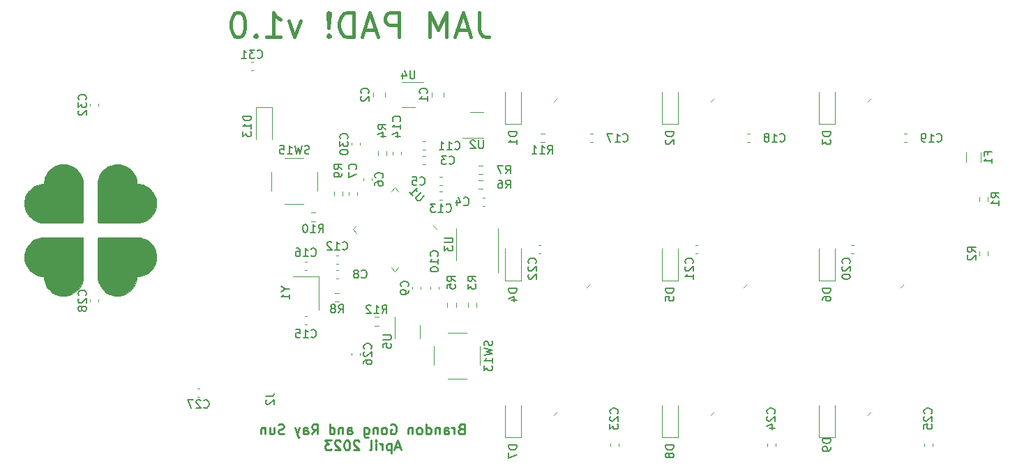
<source format=gbo>
G04 #@! TF.GenerationSoftware,KiCad,Pcbnew,7.0.1*
G04 #@! TF.CreationDate,2023-04-28T03:37:42-07:00*
G04 #@! TF.ProjectId,jam-pad,6a616d2d-7061-4642-9e6b-696361645f70,rev?*
G04 #@! TF.SameCoordinates,Original*
G04 #@! TF.FileFunction,Legend,Bot*
G04 #@! TF.FilePolarity,Positive*
%FSLAX46Y46*%
G04 Gerber Fmt 4.6, Leading zero omitted, Abs format (unit mm)*
G04 Created by KiCad (PCBNEW 7.0.1) date 2023-04-28 03:37:42*
%MOMM*%
%LPD*%
G01*
G04 APERTURE LIST*
%ADD10C,0.240000*%
%ADD11C,0.400000*%
%ADD12C,0.150000*%
%ADD13C,0.120000*%
%ADD14C,0.010000*%
G04 APERTURE END LIST*
D10*
X88936605Y-78243071D02*
X88765177Y-78300214D01*
X88765177Y-78300214D02*
X88708034Y-78357357D01*
X88708034Y-78357357D02*
X88650891Y-78471642D01*
X88650891Y-78471642D02*
X88650891Y-78643071D01*
X88650891Y-78643071D02*
X88708034Y-78757357D01*
X88708034Y-78757357D02*
X88765177Y-78814500D01*
X88765177Y-78814500D02*
X88879462Y-78871642D01*
X88879462Y-78871642D02*
X89336605Y-78871642D01*
X89336605Y-78871642D02*
X89336605Y-77671642D01*
X89336605Y-77671642D02*
X88936605Y-77671642D01*
X88936605Y-77671642D02*
X88822320Y-77728785D01*
X88822320Y-77728785D02*
X88765177Y-77785928D01*
X88765177Y-77785928D02*
X88708034Y-77900214D01*
X88708034Y-77900214D02*
X88708034Y-78014500D01*
X88708034Y-78014500D02*
X88765177Y-78128785D01*
X88765177Y-78128785D02*
X88822320Y-78185928D01*
X88822320Y-78185928D02*
X88936605Y-78243071D01*
X88936605Y-78243071D02*
X89336605Y-78243071D01*
X88136605Y-78871642D02*
X88136605Y-78071642D01*
X88136605Y-78300214D02*
X88079462Y-78185928D01*
X88079462Y-78185928D02*
X88022320Y-78128785D01*
X88022320Y-78128785D02*
X87908034Y-78071642D01*
X87908034Y-78071642D02*
X87793748Y-78071642D01*
X86879463Y-78871642D02*
X86879463Y-78243071D01*
X86879463Y-78243071D02*
X86936605Y-78128785D01*
X86936605Y-78128785D02*
X87050891Y-78071642D01*
X87050891Y-78071642D02*
X87279463Y-78071642D01*
X87279463Y-78071642D02*
X87393748Y-78128785D01*
X86879463Y-78814500D02*
X86993748Y-78871642D01*
X86993748Y-78871642D02*
X87279463Y-78871642D01*
X87279463Y-78871642D02*
X87393748Y-78814500D01*
X87393748Y-78814500D02*
X87450891Y-78700214D01*
X87450891Y-78700214D02*
X87450891Y-78585928D01*
X87450891Y-78585928D02*
X87393748Y-78471642D01*
X87393748Y-78471642D02*
X87279463Y-78414500D01*
X87279463Y-78414500D02*
X86993748Y-78414500D01*
X86993748Y-78414500D02*
X86879463Y-78357357D01*
X86308034Y-78071642D02*
X86308034Y-78871642D01*
X86308034Y-78185928D02*
X86250891Y-78128785D01*
X86250891Y-78128785D02*
X86136606Y-78071642D01*
X86136606Y-78071642D02*
X85965177Y-78071642D01*
X85965177Y-78071642D02*
X85850891Y-78128785D01*
X85850891Y-78128785D02*
X85793749Y-78243071D01*
X85793749Y-78243071D02*
X85793749Y-78871642D01*
X84708035Y-78871642D02*
X84708035Y-77671642D01*
X84708035Y-78814500D02*
X84822320Y-78871642D01*
X84822320Y-78871642D02*
X85050892Y-78871642D01*
X85050892Y-78871642D02*
X85165177Y-78814500D01*
X85165177Y-78814500D02*
X85222320Y-78757357D01*
X85222320Y-78757357D02*
X85279463Y-78643071D01*
X85279463Y-78643071D02*
X85279463Y-78300214D01*
X85279463Y-78300214D02*
X85222320Y-78185928D01*
X85222320Y-78185928D02*
X85165177Y-78128785D01*
X85165177Y-78128785D02*
X85050892Y-78071642D01*
X85050892Y-78071642D02*
X84822320Y-78071642D01*
X84822320Y-78071642D02*
X84708035Y-78128785D01*
X83965178Y-78871642D02*
X84079463Y-78814500D01*
X84079463Y-78814500D02*
X84136606Y-78757357D01*
X84136606Y-78757357D02*
X84193749Y-78643071D01*
X84193749Y-78643071D02*
X84193749Y-78300214D01*
X84193749Y-78300214D02*
X84136606Y-78185928D01*
X84136606Y-78185928D02*
X84079463Y-78128785D01*
X84079463Y-78128785D02*
X83965178Y-78071642D01*
X83965178Y-78071642D02*
X83793749Y-78071642D01*
X83793749Y-78071642D02*
X83679463Y-78128785D01*
X83679463Y-78128785D02*
X83622321Y-78185928D01*
X83622321Y-78185928D02*
X83565178Y-78300214D01*
X83565178Y-78300214D02*
X83565178Y-78643071D01*
X83565178Y-78643071D02*
X83622321Y-78757357D01*
X83622321Y-78757357D02*
X83679463Y-78814500D01*
X83679463Y-78814500D02*
X83793749Y-78871642D01*
X83793749Y-78871642D02*
X83965178Y-78871642D01*
X83050892Y-78071642D02*
X83050892Y-78871642D01*
X83050892Y-78185928D02*
X82993749Y-78128785D01*
X82993749Y-78128785D02*
X82879464Y-78071642D01*
X82879464Y-78071642D02*
X82708035Y-78071642D01*
X82708035Y-78071642D02*
X82593749Y-78128785D01*
X82593749Y-78128785D02*
X82536607Y-78243071D01*
X82536607Y-78243071D02*
X82536607Y-78871642D01*
X80422321Y-77728785D02*
X80536607Y-77671642D01*
X80536607Y-77671642D02*
X80708035Y-77671642D01*
X80708035Y-77671642D02*
X80879464Y-77728785D01*
X80879464Y-77728785D02*
X80993749Y-77843071D01*
X80993749Y-77843071D02*
X81050892Y-77957357D01*
X81050892Y-77957357D02*
X81108035Y-78185928D01*
X81108035Y-78185928D02*
X81108035Y-78357357D01*
X81108035Y-78357357D02*
X81050892Y-78585928D01*
X81050892Y-78585928D02*
X80993749Y-78700214D01*
X80993749Y-78700214D02*
X80879464Y-78814500D01*
X80879464Y-78814500D02*
X80708035Y-78871642D01*
X80708035Y-78871642D02*
X80593749Y-78871642D01*
X80593749Y-78871642D02*
X80422321Y-78814500D01*
X80422321Y-78814500D02*
X80365178Y-78757357D01*
X80365178Y-78757357D02*
X80365178Y-78357357D01*
X80365178Y-78357357D02*
X80593749Y-78357357D01*
X79679464Y-78871642D02*
X79793749Y-78814500D01*
X79793749Y-78814500D02*
X79850892Y-78757357D01*
X79850892Y-78757357D02*
X79908035Y-78643071D01*
X79908035Y-78643071D02*
X79908035Y-78300214D01*
X79908035Y-78300214D02*
X79850892Y-78185928D01*
X79850892Y-78185928D02*
X79793749Y-78128785D01*
X79793749Y-78128785D02*
X79679464Y-78071642D01*
X79679464Y-78071642D02*
X79508035Y-78071642D01*
X79508035Y-78071642D02*
X79393749Y-78128785D01*
X79393749Y-78128785D02*
X79336607Y-78185928D01*
X79336607Y-78185928D02*
X79279464Y-78300214D01*
X79279464Y-78300214D02*
X79279464Y-78643071D01*
X79279464Y-78643071D02*
X79336607Y-78757357D01*
X79336607Y-78757357D02*
X79393749Y-78814500D01*
X79393749Y-78814500D02*
X79508035Y-78871642D01*
X79508035Y-78871642D02*
X79679464Y-78871642D01*
X78765178Y-78071642D02*
X78765178Y-78871642D01*
X78765178Y-78185928D02*
X78708035Y-78128785D01*
X78708035Y-78128785D02*
X78593750Y-78071642D01*
X78593750Y-78071642D02*
X78422321Y-78071642D01*
X78422321Y-78071642D02*
X78308035Y-78128785D01*
X78308035Y-78128785D02*
X78250893Y-78243071D01*
X78250893Y-78243071D02*
X78250893Y-78871642D01*
X77165179Y-78071642D02*
X77165179Y-79043071D01*
X77165179Y-79043071D02*
X77222321Y-79157357D01*
X77222321Y-79157357D02*
X77279464Y-79214500D01*
X77279464Y-79214500D02*
X77393750Y-79271642D01*
X77393750Y-79271642D02*
X77565179Y-79271642D01*
X77565179Y-79271642D02*
X77679464Y-79214500D01*
X77165179Y-78814500D02*
X77279464Y-78871642D01*
X77279464Y-78871642D02*
X77508036Y-78871642D01*
X77508036Y-78871642D02*
X77622321Y-78814500D01*
X77622321Y-78814500D02*
X77679464Y-78757357D01*
X77679464Y-78757357D02*
X77736607Y-78643071D01*
X77736607Y-78643071D02*
X77736607Y-78300214D01*
X77736607Y-78300214D02*
X77679464Y-78185928D01*
X77679464Y-78185928D02*
X77622321Y-78128785D01*
X77622321Y-78128785D02*
X77508036Y-78071642D01*
X77508036Y-78071642D02*
X77279464Y-78071642D01*
X77279464Y-78071642D02*
X77165179Y-78128785D01*
X75165179Y-78871642D02*
X75165179Y-78243071D01*
X75165179Y-78243071D02*
X75222321Y-78128785D01*
X75222321Y-78128785D02*
X75336607Y-78071642D01*
X75336607Y-78071642D02*
X75565179Y-78071642D01*
X75565179Y-78071642D02*
X75679464Y-78128785D01*
X75165179Y-78814500D02*
X75279464Y-78871642D01*
X75279464Y-78871642D02*
X75565179Y-78871642D01*
X75565179Y-78871642D02*
X75679464Y-78814500D01*
X75679464Y-78814500D02*
X75736607Y-78700214D01*
X75736607Y-78700214D02*
X75736607Y-78585928D01*
X75736607Y-78585928D02*
X75679464Y-78471642D01*
X75679464Y-78471642D02*
X75565179Y-78414500D01*
X75565179Y-78414500D02*
X75279464Y-78414500D01*
X75279464Y-78414500D02*
X75165179Y-78357357D01*
X74593750Y-78071642D02*
X74593750Y-78871642D01*
X74593750Y-78185928D02*
X74536607Y-78128785D01*
X74536607Y-78128785D02*
X74422322Y-78071642D01*
X74422322Y-78071642D02*
X74250893Y-78071642D01*
X74250893Y-78071642D02*
X74136607Y-78128785D01*
X74136607Y-78128785D02*
X74079465Y-78243071D01*
X74079465Y-78243071D02*
X74079465Y-78871642D01*
X72993751Y-78871642D02*
X72993751Y-77671642D01*
X72993751Y-78814500D02*
X73108036Y-78871642D01*
X73108036Y-78871642D02*
X73336608Y-78871642D01*
X73336608Y-78871642D02*
X73450893Y-78814500D01*
X73450893Y-78814500D02*
X73508036Y-78757357D01*
X73508036Y-78757357D02*
X73565179Y-78643071D01*
X73565179Y-78643071D02*
X73565179Y-78300214D01*
X73565179Y-78300214D02*
X73508036Y-78185928D01*
X73508036Y-78185928D02*
X73450893Y-78128785D01*
X73450893Y-78128785D02*
X73336608Y-78071642D01*
X73336608Y-78071642D02*
X73108036Y-78071642D01*
X73108036Y-78071642D02*
X72993751Y-78128785D01*
X70822322Y-78871642D02*
X71222322Y-78300214D01*
X71508036Y-78871642D02*
X71508036Y-77671642D01*
X71508036Y-77671642D02*
X71050893Y-77671642D01*
X71050893Y-77671642D02*
X70936608Y-77728785D01*
X70936608Y-77728785D02*
X70879465Y-77785928D01*
X70879465Y-77785928D02*
X70822322Y-77900214D01*
X70822322Y-77900214D02*
X70822322Y-78071642D01*
X70822322Y-78071642D02*
X70879465Y-78185928D01*
X70879465Y-78185928D02*
X70936608Y-78243071D01*
X70936608Y-78243071D02*
X71050893Y-78300214D01*
X71050893Y-78300214D02*
X71508036Y-78300214D01*
X69793751Y-78871642D02*
X69793751Y-78243071D01*
X69793751Y-78243071D02*
X69850893Y-78128785D01*
X69850893Y-78128785D02*
X69965179Y-78071642D01*
X69965179Y-78071642D02*
X70193751Y-78071642D01*
X70193751Y-78071642D02*
X70308036Y-78128785D01*
X69793751Y-78814500D02*
X69908036Y-78871642D01*
X69908036Y-78871642D02*
X70193751Y-78871642D01*
X70193751Y-78871642D02*
X70308036Y-78814500D01*
X70308036Y-78814500D02*
X70365179Y-78700214D01*
X70365179Y-78700214D02*
X70365179Y-78585928D01*
X70365179Y-78585928D02*
X70308036Y-78471642D01*
X70308036Y-78471642D02*
X70193751Y-78414500D01*
X70193751Y-78414500D02*
X69908036Y-78414500D01*
X69908036Y-78414500D02*
X69793751Y-78357357D01*
X69336608Y-78071642D02*
X69050894Y-78871642D01*
X68765179Y-78071642D02*
X69050894Y-78871642D01*
X69050894Y-78871642D02*
X69165179Y-79157357D01*
X69165179Y-79157357D02*
X69222322Y-79214500D01*
X69222322Y-79214500D02*
X69336608Y-79271642D01*
X67450893Y-78814500D02*
X67279465Y-78871642D01*
X67279465Y-78871642D02*
X66993750Y-78871642D01*
X66993750Y-78871642D02*
X66879465Y-78814500D01*
X66879465Y-78814500D02*
X66822322Y-78757357D01*
X66822322Y-78757357D02*
X66765179Y-78643071D01*
X66765179Y-78643071D02*
X66765179Y-78528785D01*
X66765179Y-78528785D02*
X66822322Y-78414500D01*
X66822322Y-78414500D02*
X66879465Y-78357357D01*
X66879465Y-78357357D02*
X66993750Y-78300214D01*
X66993750Y-78300214D02*
X67222322Y-78243071D01*
X67222322Y-78243071D02*
X67336607Y-78185928D01*
X67336607Y-78185928D02*
X67393750Y-78128785D01*
X67393750Y-78128785D02*
X67450893Y-78014500D01*
X67450893Y-78014500D02*
X67450893Y-77900214D01*
X67450893Y-77900214D02*
X67393750Y-77785928D01*
X67393750Y-77785928D02*
X67336607Y-77728785D01*
X67336607Y-77728785D02*
X67222322Y-77671642D01*
X67222322Y-77671642D02*
X66936607Y-77671642D01*
X66936607Y-77671642D02*
X66765179Y-77728785D01*
X65736608Y-78071642D02*
X65736608Y-78871642D01*
X66250893Y-78071642D02*
X66250893Y-78700214D01*
X66250893Y-78700214D02*
X66193750Y-78814500D01*
X66193750Y-78814500D02*
X66079465Y-78871642D01*
X66079465Y-78871642D02*
X65908036Y-78871642D01*
X65908036Y-78871642D02*
X65793750Y-78814500D01*
X65793750Y-78814500D02*
X65736608Y-78757357D01*
X65165179Y-78071642D02*
X65165179Y-78871642D01*
X65165179Y-78185928D02*
X65108036Y-78128785D01*
X65108036Y-78128785D02*
X64993751Y-78071642D01*
X64993751Y-78071642D02*
X64822322Y-78071642D01*
X64822322Y-78071642D02*
X64708036Y-78128785D01*
X64708036Y-78128785D02*
X64650894Y-78243071D01*
X64650894Y-78243071D02*
X64650894Y-78871642D01*
X81536606Y-80472785D02*
X80965178Y-80472785D01*
X81650892Y-80815642D02*
X81250892Y-79615642D01*
X81250892Y-79615642D02*
X80850892Y-80815642D01*
X80450892Y-80015642D02*
X80450892Y-81215642D01*
X80450892Y-80072785D02*
X80336607Y-80015642D01*
X80336607Y-80015642D02*
X80108035Y-80015642D01*
X80108035Y-80015642D02*
X79993749Y-80072785D01*
X79993749Y-80072785D02*
X79936607Y-80129928D01*
X79936607Y-80129928D02*
X79879464Y-80244214D01*
X79879464Y-80244214D02*
X79879464Y-80587071D01*
X79879464Y-80587071D02*
X79936607Y-80701357D01*
X79936607Y-80701357D02*
X79993749Y-80758500D01*
X79993749Y-80758500D02*
X80108035Y-80815642D01*
X80108035Y-80815642D02*
X80336607Y-80815642D01*
X80336607Y-80815642D02*
X80450892Y-80758500D01*
X79365178Y-80815642D02*
X79365178Y-80015642D01*
X79365178Y-80244214D02*
X79308035Y-80129928D01*
X79308035Y-80129928D02*
X79250893Y-80072785D01*
X79250893Y-80072785D02*
X79136607Y-80015642D01*
X79136607Y-80015642D02*
X79022321Y-80015642D01*
X78622321Y-80815642D02*
X78622321Y-80015642D01*
X78622321Y-79615642D02*
X78679464Y-79672785D01*
X78679464Y-79672785D02*
X78622321Y-79729928D01*
X78622321Y-79729928D02*
X78565178Y-79672785D01*
X78565178Y-79672785D02*
X78622321Y-79615642D01*
X78622321Y-79615642D02*
X78622321Y-79729928D01*
X77879464Y-80815642D02*
X77993749Y-80758500D01*
X77993749Y-80758500D02*
X78050892Y-80644214D01*
X78050892Y-80644214D02*
X78050892Y-79615642D01*
X76565178Y-79729928D02*
X76508035Y-79672785D01*
X76508035Y-79672785D02*
X76393750Y-79615642D01*
X76393750Y-79615642D02*
X76108035Y-79615642D01*
X76108035Y-79615642D02*
X75993750Y-79672785D01*
X75993750Y-79672785D02*
X75936607Y-79729928D01*
X75936607Y-79729928D02*
X75879464Y-79844214D01*
X75879464Y-79844214D02*
X75879464Y-79958500D01*
X75879464Y-79958500D02*
X75936607Y-80129928D01*
X75936607Y-80129928D02*
X76622321Y-80815642D01*
X76622321Y-80815642D02*
X75879464Y-80815642D01*
X75136607Y-79615642D02*
X75022321Y-79615642D01*
X75022321Y-79615642D02*
X74908035Y-79672785D01*
X74908035Y-79672785D02*
X74850893Y-79729928D01*
X74850893Y-79729928D02*
X74793750Y-79844214D01*
X74793750Y-79844214D02*
X74736607Y-80072785D01*
X74736607Y-80072785D02*
X74736607Y-80358500D01*
X74736607Y-80358500D02*
X74793750Y-80587071D01*
X74793750Y-80587071D02*
X74850893Y-80701357D01*
X74850893Y-80701357D02*
X74908035Y-80758500D01*
X74908035Y-80758500D02*
X75022321Y-80815642D01*
X75022321Y-80815642D02*
X75136607Y-80815642D01*
X75136607Y-80815642D02*
X75250893Y-80758500D01*
X75250893Y-80758500D02*
X75308035Y-80701357D01*
X75308035Y-80701357D02*
X75365178Y-80587071D01*
X75365178Y-80587071D02*
X75422321Y-80358500D01*
X75422321Y-80358500D02*
X75422321Y-80072785D01*
X75422321Y-80072785D02*
X75365178Y-79844214D01*
X75365178Y-79844214D02*
X75308035Y-79729928D01*
X75308035Y-79729928D02*
X75250893Y-79672785D01*
X75250893Y-79672785D02*
X75136607Y-79615642D01*
X74279464Y-79729928D02*
X74222321Y-79672785D01*
X74222321Y-79672785D02*
X74108036Y-79615642D01*
X74108036Y-79615642D02*
X73822321Y-79615642D01*
X73822321Y-79615642D02*
X73708036Y-79672785D01*
X73708036Y-79672785D02*
X73650893Y-79729928D01*
X73650893Y-79729928D02*
X73593750Y-79844214D01*
X73593750Y-79844214D02*
X73593750Y-79958500D01*
X73593750Y-79958500D02*
X73650893Y-80129928D01*
X73650893Y-80129928D02*
X74336607Y-80815642D01*
X74336607Y-80815642D02*
X73593750Y-80815642D01*
X73193750Y-79615642D02*
X72450893Y-79615642D01*
X72450893Y-79615642D02*
X72850893Y-80072785D01*
X72850893Y-80072785D02*
X72679464Y-80072785D01*
X72679464Y-80072785D02*
X72565179Y-80129928D01*
X72565179Y-80129928D02*
X72508036Y-80187071D01*
X72508036Y-80187071D02*
X72450893Y-80301357D01*
X72450893Y-80301357D02*
X72450893Y-80587071D01*
X72450893Y-80587071D02*
X72508036Y-80701357D01*
X72508036Y-80701357D02*
X72565179Y-80758500D01*
X72565179Y-80758500D02*
X72679464Y-80815642D01*
X72679464Y-80815642D02*
X73022321Y-80815642D01*
X73022321Y-80815642D02*
X73136607Y-80758500D01*
X73136607Y-80758500D02*
X73193750Y-80701357D01*
D11*
X91168302Y-27589107D02*
X91168302Y-29731964D01*
X91168302Y-29731964D02*
X91311159Y-30160535D01*
X91311159Y-30160535D02*
X91596873Y-30446250D01*
X91596873Y-30446250D02*
X92025445Y-30589107D01*
X92025445Y-30589107D02*
X92311159Y-30589107D01*
X89882588Y-29731964D02*
X88454017Y-29731964D01*
X90168302Y-30589107D02*
X89168302Y-27589107D01*
X89168302Y-27589107D02*
X88168302Y-30589107D01*
X87168302Y-30589107D02*
X87168302Y-27589107D01*
X87168302Y-27589107D02*
X86168302Y-29731964D01*
X86168302Y-29731964D02*
X85168302Y-27589107D01*
X85168302Y-27589107D02*
X85168302Y-30589107D01*
X81454017Y-30589107D02*
X81454017Y-27589107D01*
X81454017Y-27589107D02*
X80311160Y-27589107D01*
X80311160Y-27589107D02*
X80025445Y-27731964D01*
X80025445Y-27731964D02*
X79882588Y-27874821D01*
X79882588Y-27874821D02*
X79739731Y-28160535D01*
X79739731Y-28160535D02*
X79739731Y-28589107D01*
X79739731Y-28589107D02*
X79882588Y-28874821D01*
X79882588Y-28874821D02*
X80025445Y-29017678D01*
X80025445Y-29017678D02*
X80311160Y-29160535D01*
X80311160Y-29160535D02*
X81454017Y-29160535D01*
X78596874Y-29731964D02*
X77168303Y-29731964D01*
X78882588Y-30589107D02*
X77882588Y-27589107D01*
X77882588Y-27589107D02*
X76882588Y-30589107D01*
X75882588Y-30589107D02*
X75882588Y-27589107D01*
X75882588Y-27589107D02*
X75168302Y-27589107D01*
X75168302Y-27589107D02*
X74739731Y-27731964D01*
X74739731Y-27731964D02*
X74454016Y-28017678D01*
X74454016Y-28017678D02*
X74311159Y-28303392D01*
X74311159Y-28303392D02*
X74168302Y-28874821D01*
X74168302Y-28874821D02*
X74168302Y-29303392D01*
X74168302Y-29303392D02*
X74311159Y-29874821D01*
X74311159Y-29874821D02*
X74454016Y-30160535D01*
X74454016Y-30160535D02*
X74739731Y-30446250D01*
X74739731Y-30446250D02*
X75168302Y-30589107D01*
X75168302Y-30589107D02*
X75882588Y-30589107D01*
X72882588Y-30303392D02*
X72739731Y-30446250D01*
X72739731Y-30446250D02*
X72882588Y-30589107D01*
X72882588Y-30589107D02*
X73025445Y-30446250D01*
X73025445Y-30446250D02*
X72882588Y-30303392D01*
X72882588Y-30303392D02*
X72882588Y-30589107D01*
X72882588Y-29446250D02*
X73025445Y-27731964D01*
X73025445Y-27731964D02*
X72882588Y-27589107D01*
X72882588Y-27589107D02*
X72739731Y-27731964D01*
X72739731Y-27731964D02*
X72882588Y-29446250D01*
X72882588Y-29446250D02*
X72882588Y-27589107D01*
X69454017Y-28589107D02*
X68739731Y-30589107D01*
X68739731Y-30589107D02*
X68025446Y-28589107D01*
X65311160Y-30589107D02*
X67025446Y-30589107D01*
X66168303Y-30589107D02*
X66168303Y-27589107D01*
X66168303Y-27589107D02*
X66454017Y-28017678D01*
X66454017Y-28017678D02*
X66739732Y-28303392D01*
X66739732Y-28303392D02*
X67025446Y-28446250D01*
X64025446Y-30303392D02*
X63882589Y-30446250D01*
X63882589Y-30446250D02*
X64025446Y-30589107D01*
X64025446Y-30589107D02*
X64168303Y-30446250D01*
X64168303Y-30446250D02*
X64025446Y-30303392D01*
X64025446Y-30303392D02*
X64025446Y-30589107D01*
X62025446Y-27589107D02*
X61739732Y-27589107D01*
X61739732Y-27589107D02*
X61454018Y-27731964D01*
X61454018Y-27731964D02*
X61311161Y-27874821D01*
X61311161Y-27874821D02*
X61168303Y-28160535D01*
X61168303Y-28160535D02*
X61025446Y-28731964D01*
X61025446Y-28731964D02*
X61025446Y-29446250D01*
X61025446Y-29446250D02*
X61168303Y-30017678D01*
X61168303Y-30017678D02*
X61311161Y-30303392D01*
X61311161Y-30303392D02*
X61454018Y-30446250D01*
X61454018Y-30446250D02*
X61739732Y-30589107D01*
X61739732Y-30589107D02*
X62025446Y-30589107D01*
X62025446Y-30589107D02*
X62311161Y-30446250D01*
X62311161Y-30446250D02*
X62454018Y-30303392D01*
X62454018Y-30303392D02*
X62596875Y-30017678D01*
X62596875Y-30017678D02*
X62739732Y-29446250D01*
X62739732Y-29446250D02*
X62739732Y-28731964D01*
X62739732Y-28731964D02*
X62596875Y-28160535D01*
X62596875Y-28160535D02*
X62454018Y-27874821D01*
X62454018Y-27874821D02*
X62311161Y-27731964D01*
X62311161Y-27731964D02*
X62025446Y-27589107D01*
D12*
G04 #@! TO.C,C11*
X88196657Y-44182380D02*
X88244276Y-44230000D01*
X88244276Y-44230000D02*
X88387133Y-44277619D01*
X88387133Y-44277619D02*
X88482371Y-44277619D01*
X88482371Y-44277619D02*
X88625228Y-44230000D01*
X88625228Y-44230000D02*
X88720466Y-44134761D01*
X88720466Y-44134761D02*
X88768085Y-44039523D01*
X88768085Y-44039523D02*
X88815704Y-43849047D01*
X88815704Y-43849047D02*
X88815704Y-43706190D01*
X88815704Y-43706190D02*
X88768085Y-43515714D01*
X88768085Y-43515714D02*
X88720466Y-43420476D01*
X88720466Y-43420476D02*
X88625228Y-43325238D01*
X88625228Y-43325238D02*
X88482371Y-43277619D01*
X88482371Y-43277619D02*
X88387133Y-43277619D01*
X88387133Y-43277619D02*
X88244276Y-43325238D01*
X88244276Y-43325238D02*
X88196657Y-43372857D01*
X87244276Y-44277619D02*
X87815704Y-44277619D01*
X87529990Y-44277619D02*
X87529990Y-43277619D01*
X87529990Y-43277619D02*
X87625228Y-43420476D01*
X87625228Y-43420476D02*
X87720466Y-43515714D01*
X87720466Y-43515714D02*
X87815704Y-43563333D01*
X86291895Y-44277619D02*
X86863323Y-44277619D01*
X86577609Y-44277619D02*
X86577609Y-43277619D01*
X86577609Y-43277619D02*
X86672847Y-43420476D01*
X86672847Y-43420476D02*
X86768085Y-43515714D01*
X86768085Y-43515714D02*
X86863323Y-43563333D01*
G04 #@! TO.C,C24*
X126970505Y-76350892D02*
X127018125Y-76303273D01*
X127018125Y-76303273D02*
X127065744Y-76160416D01*
X127065744Y-76160416D02*
X127065744Y-76065178D01*
X127065744Y-76065178D02*
X127018125Y-75922321D01*
X127018125Y-75922321D02*
X126922886Y-75827083D01*
X126922886Y-75827083D02*
X126827648Y-75779464D01*
X126827648Y-75779464D02*
X126637172Y-75731845D01*
X126637172Y-75731845D02*
X126494315Y-75731845D01*
X126494315Y-75731845D02*
X126303839Y-75779464D01*
X126303839Y-75779464D02*
X126208601Y-75827083D01*
X126208601Y-75827083D02*
X126113363Y-75922321D01*
X126113363Y-75922321D02*
X126065744Y-76065178D01*
X126065744Y-76065178D02*
X126065744Y-76160416D01*
X126065744Y-76160416D02*
X126113363Y-76303273D01*
X126113363Y-76303273D02*
X126160982Y-76350892D01*
X126160982Y-76731845D02*
X126113363Y-76779464D01*
X126113363Y-76779464D02*
X126065744Y-76874702D01*
X126065744Y-76874702D02*
X126065744Y-77112797D01*
X126065744Y-77112797D02*
X126113363Y-77208035D01*
X126113363Y-77208035D02*
X126160982Y-77255654D01*
X126160982Y-77255654D02*
X126256220Y-77303273D01*
X126256220Y-77303273D02*
X126351458Y-77303273D01*
X126351458Y-77303273D02*
X126494315Y-77255654D01*
X126494315Y-77255654D02*
X127065744Y-76684226D01*
X127065744Y-76684226D02*
X127065744Y-77303273D01*
X126399077Y-78160416D02*
X127065744Y-78160416D01*
X126018125Y-77922321D02*
X126732410Y-77684226D01*
X126732410Y-77684226D02*
X126732410Y-78303273D01*
G04 #@! TO.C,D4*
X95712619Y-61174405D02*
X94712619Y-61174405D01*
X94712619Y-61174405D02*
X94712619Y-61412500D01*
X94712619Y-61412500D02*
X94760238Y-61555357D01*
X94760238Y-61555357D02*
X94855476Y-61650595D01*
X94855476Y-61650595D02*
X94950714Y-61698214D01*
X94950714Y-61698214D02*
X95141190Y-61745833D01*
X95141190Y-61745833D02*
X95284047Y-61745833D01*
X95284047Y-61745833D02*
X95474523Y-61698214D01*
X95474523Y-61698214D02*
X95569761Y-61650595D01*
X95569761Y-61650595D02*
X95665000Y-61555357D01*
X95665000Y-61555357D02*
X95712619Y-61412500D01*
X95712619Y-61412500D02*
X95712619Y-61174405D01*
X95045952Y-62602976D02*
X95712619Y-62602976D01*
X94665000Y-62364881D02*
X95379285Y-62126786D01*
X95379285Y-62126786D02*
X95379285Y-62745833D01*
G04 #@! TO.C,R12*
X79342857Y-64183619D02*
X79676190Y-63707428D01*
X79914285Y-64183619D02*
X79914285Y-63183619D01*
X79914285Y-63183619D02*
X79533333Y-63183619D01*
X79533333Y-63183619D02*
X79438095Y-63231238D01*
X79438095Y-63231238D02*
X79390476Y-63278857D01*
X79390476Y-63278857D02*
X79342857Y-63374095D01*
X79342857Y-63374095D02*
X79342857Y-63516952D01*
X79342857Y-63516952D02*
X79390476Y-63612190D01*
X79390476Y-63612190D02*
X79438095Y-63659809D01*
X79438095Y-63659809D02*
X79533333Y-63707428D01*
X79533333Y-63707428D02*
X79914285Y-63707428D01*
X78390476Y-64183619D02*
X78961904Y-64183619D01*
X78676190Y-64183619D02*
X78676190Y-63183619D01*
X78676190Y-63183619D02*
X78771428Y-63326476D01*
X78771428Y-63326476D02*
X78866666Y-63421714D01*
X78866666Y-63421714D02*
X78961904Y-63469333D01*
X78009523Y-63278857D02*
X77961904Y-63231238D01*
X77961904Y-63231238D02*
X77866666Y-63183619D01*
X77866666Y-63183619D02*
X77628571Y-63183619D01*
X77628571Y-63183619D02*
X77533333Y-63231238D01*
X77533333Y-63231238D02*
X77485714Y-63278857D01*
X77485714Y-63278857D02*
X77438095Y-63374095D01*
X77438095Y-63374095D02*
X77438095Y-63469333D01*
X77438095Y-63469333D02*
X77485714Y-63612190D01*
X77485714Y-63612190D02*
X78057142Y-64183619D01*
X78057142Y-64183619D02*
X77438095Y-64183619D01*
G04 #@! TO.C,C1*
X84793380Y-37425333D02*
X84841000Y-37377714D01*
X84841000Y-37377714D02*
X84888619Y-37234857D01*
X84888619Y-37234857D02*
X84888619Y-37139619D01*
X84888619Y-37139619D02*
X84841000Y-36996762D01*
X84841000Y-36996762D02*
X84745761Y-36901524D01*
X84745761Y-36901524D02*
X84650523Y-36853905D01*
X84650523Y-36853905D02*
X84460047Y-36806286D01*
X84460047Y-36806286D02*
X84317190Y-36806286D01*
X84317190Y-36806286D02*
X84126714Y-36853905D01*
X84126714Y-36853905D02*
X84031476Y-36901524D01*
X84031476Y-36901524D02*
X83936238Y-36996762D01*
X83936238Y-36996762D02*
X83888619Y-37139619D01*
X83888619Y-37139619D02*
X83888619Y-37234857D01*
X83888619Y-37234857D02*
X83936238Y-37377714D01*
X83936238Y-37377714D02*
X83983857Y-37425333D01*
X84888619Y-38377714D02*
X84888619Y-37806286D01*
X84888619Y-38092000D02*
X83888619Y-38092000D01*
X83888619Y-38092000D02*
X84031476Y-37996762D01*
X84031476Y-37996762D02*
X84126714Y-37901524D01*
X84126714Y-37901524D02*
X84174333Y-37806286D01*
G04 #@! TO.C,C6*
X79394380Y-47712333D02*
X79442000Y-47664714D01*
X79442000Y-47664714D02*
X79489619Y-47521857D01*
X79489619Y-47521857D02*
X79489619Y-47426619D01*
X79489619Y-47426619D02*
X79442000Y-47283762D01*
X79442000Y-47283762D02*
X79346761Y-47188524D01*
X79346761Y-47188524D02*
X79251523Y-47140905D01*
X79251523Y-47140905D02*
X79061047Y-47093286D01*
X79061047Y-47093286D02*
X78918190Y-47093286D01*
X78918190Y-47093286D02*
X78727714Y-47140905D01*
X78727714Y-47140905D02*
X78632476Y-47188524D01*
X78632476Y-47188524D02*
X78537238Y-47283762D01*
X78537238Y-47283762D02*
X78489619Y-47426619D01*
X78489619Y-47426619D02*
X78489619Y-47521857D01*
X78489619Y-47521857D02*
X78537238Y-47664714D01*
X78537238Y-47664714D02*
X78584857Y-47712333D01*
X78489619Y-48569476D02*
X78489619Y-48379000D01*
X78489619Y-48379000D02*
X78537238Y-48283762D01*
X78537238Y-48283762D02*
X78584857Y-48236143D01*
X78584857Y-48236143D02*
X78727714Y-48140905D01*
X78727714Y-48140905D02*
X78918190Y-48093286D01*
X78918190Y-48093286D02*
X79299142Y-48093286D01*
X79299142Y-48093286D02*
X79394380Y-48140905D01*
X79394380Y-48140905D02*
X79442000Y-48188524D01*
X79442000Y-48188524D02*
X79489619Y-48283762D01*
X79489619Y-48283762D02*
X79489619Y-48474238D01*
X79489619Y-48474238D02*
X79442000Y-48569476D01*
X79442000Y-48569476D02*
X79394380Y-48617095D01*
X79394380Y-48617095D02*
X79299142Y-48664714D01*
X79299142Y-48664714D02*
X79061047Y-48664714D01*
X79061047Y-48664714D02*
X78965809Y-48617095D01*
X78965809Y-48617095D02*
X78918190Y-48569476D01*
X78918190Y-48569476D02*
X78870571Y-48474238D01*
X78870571Y-48474238D02*
X78870571Y-48283762D01*
X78870571Y-48283762D02*
X78918190Y-48188524D01*
X78918190Y-48188524D02*
X78965809Y-48140905D01*
X78965809Y-48140905D02*
X79061047Y-48093286D01*
G04 #@! TO.C,R3*
X90759619Y-60259933D02*
X90283428Y-59926600D01*
X90759619Y-59688505D02*
X89759619Y-59688505D01*
X89759619Y-59688505D02*
X89759619Y-60069457D01*
X89759619Y-60069457D02*
X89807238Y-60164695D01*
X89807238Y-60164695D02*
X89854857Y-60212314D01*
X89854857Y-60212314D02*
X89950095Y-60259933D01*
X89950095Y-60259933D02*
X90092952Y-60259933D01*
X90092952Y-60259933D02*
X90188190Y-60212314D01*
X90188190Y-60212314D02*
X90235809Y-60164695D01*
X90235809Y-60164695D02*
X90283428Y-60069457D01*
X90283428Y-60069457D02*
X90283428Y-59688505D01*
X89759619Y-60593267D02*
X89759619Y-61212314D01*
X89759619Y-61212314D02*
X90140571Y-60878981D01*
X90140571Y-60878981D02*
X90140571Y-61021838D01*
X90140571Y-61021838D02*
X90188190Y-61117076D01*
X90188190Y-61117076D02*
X90235809Y-61164695D01*
X90235809Y-61164695D02*
X90331047Y-61212314D01*
X90331047Y-61212314D02*
X90569142Y-61212314D01*
X90569142Y-61212314D02*
X90664380Y-61164695D01*
X90664380Y-61164695D02*
X90712000Y-61117076D01*
X90712000Y-61117076D02*
X90759619Y-61021838D01*
X90759619Y-61021838D02*
X90759619Y-60736124D01*
X90759619Y-60736124D02*
X90712000Y-60640886D01*
X90712000Y-60640886D02*
X90664380Y-60593267D01*
G04 #@! TO.C,SW13*
X92693200Y-67532476D02*
X92740819Y-67675333D01*
X92740819Y-67675333D02*
X92740819Y-67913428D01*
X92740819Y-67913428D02*
X92693200Y-68008666D01*
X92693200Y-68008666D02*
X92645580Y-68056285D01*
X92645580Y-68056285D02*
X92550342Y-68103904D01*
X92550342Y-68103904D02*
X92455104Y-68103904D01*
X92455104Y-68103904D02*
X92359866Y-68056285D01*
X92359866Y-68056285D02*
X92312247Y-68008666D01*
X92312247Y-68008666D02*
X92264628Y-67913428D01*
X92264628Y-67913428D02*
X92217009Y-67722952D01*
X92217009Y-67722952D02*
X92169390Y-67627714D01*
X92169390Y-67627714D02*
X92121771Y-67580095D01*
X92121771Y-67580095D02*
X92026533Y-67532476D01*
X92026533Y-67532476D02*
X91931295Y-67532476D01*
X91931295Y-67532476D02*
X91836057Y-67580095D01*
X91836057Y-67580095D02*
X91788438Y-67627714D01*
X91788438Y-67627714D02*
X91740819Y-67722952D01*
X91740819Y-67722952D02*
X91740819Y-67961047D01*
X91740819Y-67961047D02*
X91788438Y-68103904D01*
X91740819Y-68437238D02*
X92740819Y-68675333D01*
X92740819Y-68675333D02*
X92026533Y-68865809D01*
X92026533Y-68865809D02*
X92740819Y-69056285D01*
X92740819Y-69056285D02*
X91740819Y-69294381D01*
X92740819Y-70199142D02*
X92740819Y-69627714D01*
X92740819Y-69913428D02*
X91740819Y-69913428D01*
X91740819Y-69913428D02*
X91883676Y-69818190D01*
X91883676Y-69818190D02*
X91978914Y-69722952D01*
X91978914Y-69722952D02*
X92026533Y-69627714D01*
X91740819Y-70532476D02*
X91740819Y-71151523D01*
X91740819Y-71151523D02*
X92121771Y-70818190D01*
X92121771Y-70818190D02*
X92121771Y-70961047D01*
X92121771Y-70961047D02*
X92169390Y-71056285D01*
X92169390Y-71056285D02*
X92217009Y-71103904D01*
X92217009Y-71103904D02*
X92312247Y-71151523D01*
X92312247Y-71151523D02*
X92550342Y-71151523D01*
X92550342Y-71151523D02*
X92645580Y-71103904D01*
X92645580Y-71103904D02*
X92693200Y-71056285D01*
X92693200Y-71056285D02*
X92740819Y-70961047D01*
X92740819Y-70961047D02*
X92740819Y-70675333D01*
X92740819Y-70675333D02*
X92693200Y-70580095D01*
X92693200Y-70580095D02*
X92645580Y-70532476D01*
G04 #@! TO.C,J2*
X65236369Y-74279166D02*
X65950654Y-74279166D01*
X65950654Y-74279166D02*
X66093511Y-74231547D01*
X66093511Y-74231547D02*
X66188750Y-74136309D01*
X66188750Y-74136309D02*
X66236369Y-73993452D01*
X66236369Y-73993452D02*
X66236369Y-73898214D01*
X65331607Y-74707738D02*
X65283988Y-74755357D01*
X65283988Y-74755357D02*
X65236369Y-74850595D01*
X65236369Y-74850595D02*
X65236369Y-75088690D01*
X65236369Y-75088690D02*
X65283988Y-75183928D01*
X65283988Y-75183928D02*
X65331607Y-75231547D01*
X65331607Y-75231547D02*
X65426845Y-75279166D01*
X65426845Y-75279166D02*
X65522083Y-75279166D01*
X65522083Y-75279166D02*
X65664940Y-75231547D01*
X65664940Y-75231547D02*
X66236369Y-74660119D01*
X66236369Y-74660119D02*
X66236369Y-75279166D01*
G04 #@! TO.C,D1*
X95712619Y-42124405D02*
X94712619Y-42124405D01*
X94712619Y-42124405D02*
X94712619Y-42362500D01*
X94712619Y-42362500D02*
X94760238Y-42505357D01*
X94760238Y-42505357D02*
X94855476Y-42600595D01*
X94855476Y-42600595D02*
X94950714Y-42648214D01*
X94950714Y-42648214D02*
X95141190Y-42695833D01*
X95141190Y-42695833D02*
X95284047Y-42695833D01*
X95284047Y-42695833D02*
X95474523Y-42648214D01*
X95474523Y-42648214D02*
X95569761Y-42600595D01*
X95569761Y-42600595D02*
X95665000Y-42505357D01*
X95665000Y-42505357D02*
X95712619Y-42362500D01*
X95712619Y-42362500D02*
X95712619Y-42124405D01*
X95712619Y-43648214D02*
X95712619Y-43076786D01*
X95712619Y-43362500D02*
X94712619Y-43362500D01*
X94712619Y-43362500D02*
X94855476Y-43267262D01*
X94855476Y-43267262D02*
X94950714Y-43172024D01*
X94950714Y-43172024D02*
X94998333Y-43076786D01*
G04 #@! TO.C,C13*
X87129857Y-51776980D02*
X87177476Y-51824600D01*
X87177476Y-51824600D02*
X87320333Y-51872219D01*
X87320333Y-51872219D02*
X87415571Y-51872219D01*
X87415571Y-51872219D02*
X87558428Y-51824600D01*
X87558428Y-51824600D02*
X87653666Y-51729361D01*
X87653666Y-51729361D02*
X87701285Y-51634123D01*
X87701285Y-51634123D02*
X87748904Y-51443647D01*
X87748904Y-51443647D02*
X87748904Y-51300790D01*
X87748904Y-51300790D02*
X87701285Y-51110314D01*
X87701285Y-51110314D02*
X87653666Y-51015076D01*
X87653666Y-51015076D02*
X87558428Y-50919838D01*
X87558428Y-50919838D02*
X87415571Y-50872219D01*
X87415571Y-50872219D02*
X87320333Y-50872219D01*
X87320333Y-50872219D02*
X87177476Y-50919838D01*
X87177476Y-50919838D02*
X87129857Y-50967457D01*
X86177476Y-51872219D02*
X86748904Y-51872219D01*
X86463190Y-51872219D02*
X86463190Y-50872219D01*
X86463190Y-50872219D02*
X86558428Y-51015076D01*
X86558428Y-51015076D02*
X86653666Y-51110314D01*
X86653666Y-51110314D02*
X86748904Y-51157933D01*
X85844142Y-50872219D02*
X85225095Y-50872219D01*
X85225095Y-50872219D02*
X85558428Y-51253171D01*
X85558428Y-51253171D02*
X85415571Y-51253171D01*
X85415571Y-51253171D02*
X85320333Y-51300790D01*
X85320333Y-51300790D02*
X85272714Y-51348409D01*
X85272714Y-51348409D02*
X85225095Y-51443647D01*
X85225095Y-51443647D02*
X85225095Y-51681742D01*
X85225095Y-51681742D02*
X85272714Y-51776980D01*
X85272714Y-51776980D02*
X85320333Y-51824600D01*
X85320333Y-51824600D02*
X85415571Y-51872219D01*
X85415571Y-51872219D02*
X85701285Y-51872219D01*
X85701285Y-51872219D02*
X85796523Y-51824600D01*
X85796523Y-51824600D02*
X85844142Y-51776980D01*
G04 #@! TO.C,R10*
X71635857Y-54343619D02*
X71969190Y-53867428D01*
X72207285Y-54343619D02*
X72207285Y-53343619D01*
X72207285Y-53343619D02*
X71826333Y-53343619D01*
X71826333Y-53343619D02*
X71731095Y-53391238D01*
X71731095Y-53391238D02*
X71683476Y-53438857D01*
X71683476Y-53438857D02*
X71635857Y-53534095D01*
X71635857Y-53534095D02*
X71635857Y-53676952D01*
X71635857Y-53676952D02*
X71683476Y-53772190D01*
X71683476Y-53772190D02*
X71731095Y-53819809D01*
X71731095Y-53819809D02*
X71826333Y-53867428D01*
X71826333Y-53867428D02*
X72207285Y-53867428D01*
X70683476Y-54343619D02*
X71254904Y-54343619D01*
X70969190Y-54343619D02*
X70969190Y-53343619D01*
X70969190Y-53343619D02*
X71064428Y-53486476D01*
X71064428Y-53486476D02*
X71159666Y-53581714D01*
X71159666Y-53581714D02*
X71254904Y-53629333D01*
X70064428Y-53343619D02*
X69969190Y-53343619D01*
X69969190Y-53343619D02*
X69873952Y-53391238D01*
X69873952Y-53391238D02*
X69826333Y-53438857D01*
X69826333Y-53438857D02*
X69778714Y-53534095D01*
X69778714Y-53534095D02*
X69731095Y-53724571D01*
X69731095Y-53724571D02*
X69731095Y-53962666D01*
X69731095Y-53962666D02*
X69778714Y-54153142D01*
X69778714Y-54153142D02*
X69826333Y-54248380D01*
X69826333Y-54248380D02*
X69873952Y-54296000D01*
X69873952Y-54296000D02*
X69969190Y-54343619D01*
X69969190Y-54343619D02*
X70064428Y-54343619D01*
X70064428Y-54343619D02*
X70159666Y-54296000D01*
X70159666Y-54296000D02*
X70207285Y-54248380D01*
X70207285Y-54248380D02*
X70254904Y-54153142D01*
X70254904Y-54153142D02*
X70302523Y-53962666D01*
X70302523Y-53962666D02*
X70302523Y-53724571D01*
X70302523Y-53724571D02*
X70254904Y-53534095D01*
X70254904Y-53534095D02*
X70207285Y-53438857D01*
X70207285Y-53438857D02*
X70159666Y-53391238D01*
X70159666Y-53391238D02*
X70064428Y-53343619D01*
G04 #@! TO.C,C19*
X146692857Y-43229880D02*
X146740476Y-43277500D01*
X146740476Y-43277500D02*
X146883333Y-43325119D01*
X146883333Y-43325119D02*
X146978571Y-43325119D01*
X146978571Y-43325119D02*
X147121428Y-43277500D01*
X147121428Y-43277500D02*
X147216666Y-43182261D01*
X147216666Y-43182261D02*
X147264285Y-43087023D01*
X147264285Y-43087023D02*
X147311904Y-42896547D01*
X147311904Y-42896547D02*
X147311904Y-42753690D01*
X147311904Y-42753690D02*
X147264285Y-42563214D01*
X147264285Y-42563214D02*
X147216666Y-42467976D01*
X147216666Y-42467976D02*
X147121428Y-42372738D01*
X147121428Y-42372738D02*
X146978571Y-42325119D01*
X146978571Y-42325119D02*
X146883333Y-42325119D01*
X146883333Y-42325119D02*
X146740476Y-42372738D01*
X146740476Y-42372738D02*
X146692857Y-42420357D01*
X145740476Y-43325119D02*
X146311904Y-43325119D01*
X146026190Y-43325119D02*
X146026190Y-42325119D01*
X146026190Y-42325119D02*
X146121428Y-42467976D01*
X146121428Y-42467976D02*
X146216666Y-42563214D01*
X146216666Y-42563214D02*
X146311904Y-42610833D01*
X145264285Y-43325119D02*
X145073809Y-43325119D01*
X145073809Y-43325119D02*
X144978571Y-43277500D01*
X144978571Y-43277500D02*
X144930952Y-43229880D01*
X144930952Y-43229880D02*
X144835714Y-43087023D01*
X144835714Y-43087023D02*
X144788095Y-42896547D01*
X144788095Y-42896547D02*
X144788095Y-42515595D01*
X144788095Y-42515595D02*
X144835714Y-42420357D01*
X144835714Y-42420357D02*
X144883333Y-42372738D01*
X144883333Y-42372738D02*
X144978571Y-42325119D01*
X144978571Y-42325119D02*
X145169047Y-42325119D01*
X145169047Y-42325119D02*
X145264285Y-42372738D01*
X145264285Y-42372738D02*
X145311904Y-42420357D01*
X145311904Y-42420357D02*
X145359523Y-42515595D01*
X145359523Y-42515595D02*
X145359523Y-42753690D01*
X145359523Y-42753690D02*
X145311904Y-42848928D01*
X145311904Y-42848928D02*
X145264285Y-42896547D01*
X145264285Y-42896547D02*
X145169047Y-42944166D01*
X145169047Y-42944166D02*
X144978571Y-42944166D01*
X144978571Y-42944166D02*
X144883333Y-42896547D01*
X144883333Y-42896547D02*
X144835714Y-42848928D01*
X144835714Y-42848928D02*
X144788095Y-42753690D01*
G04 #@! TO.C,D2*
X114762619Y-42124405D02*
X113762619Y-42124405D01*
X113762619Y-42124405D02*
X113762619Y-42362500D01*
X113762619Y-42362500D02*
X113810238Y-42505357D01*
X113810238Y-42505357D02*
X113905476Y-42600595D01*
X113905476Y-42600595D02*
X114000714Y-42648214D01*
X114000714Y-42648214D02*
X114191190Y-42695833D01*
X114191190Y-42695833D02*
X114334047Y-42695833D01*
X114334047Y-42695833D02*
X114524523Y-42648214D01*
X114524523Y-42648214D02*
X114619761Y-42600595D01*
X114619761Y-42600595D02*
X114715000Y-42505357D01*
X114715000Y-42505357D02*
X114762619Y-42362500D01*
X114762619Y-42362500D02*
X114762619Y-42124405D01*
X113857857Y-43076786D02*
X113810238Y-43124405D01*
X113810238Y-43124405D02*
X113762619Y-43219643D01*
X113762619Y-43219643D02*
X113762619Y-43457738D01*
X113762619Y-43457738D02*
X113810238Y-43552976D01*
X113810238Y-43552976D02*
X113857857Y-43600595D01*
X113857857Y-43600595D02*
X113953095Y-43648214D01*
X113953095Y-43648214D02*
X114048333Y-43648214D01*
X114048333Y-43648214D02*
X114191190Y-43600595D01*
X114191190Y-43600595D02*
X114762619Y-43029167D01*
X114762619Y-43029167D02*
X114762619Y-43648214D01*
G04 #@! TO.C,D8*
X114762619Y-80224405D02*
X113762619Y-80224405D01*
X113762619Y-80224405D02*
X113762619Y-80462500D01*
X113762619Y-80462500D02*
X113810238Y-80605357D01*
X113810238Y-80605357D02*
X113905476Y-80700595D01*
X113905476Y-80700595D02*
X114000714Y-80748214D01*
X114000714Y-80748214D02*
X114191190Y-80795833D01*
X114191190Y-80795833D02*
X114334047Y-80795833D01*
X114334047Y-80795833D02*
X114524523Y-80748214D01*
X114524523Y-80748214D02*
X114619761Y-80700595D01*
X114619761Y-80700595D02*
X114715000Y-80605357D01*
X114715000Y-80605357D02*
X114762619Y-80462500D01*
X114762619Y-80462500D02*
X114762619Y-80224405D01*
X114191190Y-81367262D02*
X114143571Y-81272024D01*
X114143571Y-81272024D02*
X114095952Y-81224405D01*
X114095952Y-81224405D02*
X114000714Y-81176786D01*
X114000714Y-81176786D02*
X113953095Y-81176786D01*
X113953095Y-81176786D02*
X113857857Y-81224405D01*
X113857857Y-81224405D02*
X113810238Y-81272024D01*
X113810238Y-81272024D02*
X113762619Y-81367262D01*
X113762619Y-81367262D02*
X113762619Y-81557738D01*
X113762619Y-81557738D02*
X113810238Y-81652976D01*
X113810238Y-81652976D02*
X113857857Y-81700595D01*
X113857857Y-81700595D02*
X113953095Y-81748214D01*
X113953095Y-81748214D02*
X114000714Y-81748214D01*
X114000714Y-81748214D02*
X114095952Y-81700595D01*
X114095952Y-81700595D02*
X114143571Y-81652976D01*
X114143571Y-81652976D02*
X114191190Y-81557738D01*
X114191190Y-81557738D02*
X114191190Y-81367262D01*
X114191190Y-81367262D02*
X114238809Y-81272024D01*
X114238809Y-81272024D02*
X114286428Y-81224405D01*
X114286428Y-81224405D02*
X114381666Y-81176786D01*
X114381666Y-81176786D02*
X114572142Y-81176786D01*
X114572142Y-81176786D02*
X114667380Y-81224405D01*
X114667380Y-81224405D02*
X114715000Y-81272024D01*
X114715000Y-81272024D02*
X114762619Y-81367262D01*
X114762619Y-81367262D02*
X114762619Y-81557738D01*
X114762619Y-81557738D02*
X114715000Y-81652976D01*
X114715000Y-81652976D02*
X114667380Y-81700595D01*
X114667380Y-81700595D02*
X114572142Y-81748214D01*
X114572142Y-81748214D02*
X114381666Y-81748214D01*
X114381666Y-81748214D02*
X114286428Y-81700595D01*
X114286428Y-81700595D02*
X114238809Y-81652976D01*
X114238809Y-81652976D02*
X114191190Y-81557738D01*
G04 #@! TO.C,F1*
X152888809Y-44878666D02*
X152888809Y-44545333D01*
X153412619Y-44545333D02*
X152412619Y-44545333D01*
X152412619Y-44545333D02*
X152412619Y-45021523D01*
X153412619Y-45926285D02*
X153412619Y-45354857D01*
X153412619Y-45640571D02*
X152412619Y-45640571D01*
X152412619Y-45640571D02*
X152555476Y-45545333D01*
X152555476Y-45545333D02*
X152650714Y-45450095D01*
X152650714Y-45450095D02*
X152698333Y-45354857D01*
G04 #@! TO.C,C9*
X82503380Y-60920333D02*
X82551000Y-60872714D01*
X82551000Y-60872714D02*
X82598619Y-60729857D01*
X82598619Y-60729857D02*
X82598619Y-60634619D01*
X82598619Y-60634619D02*
X82551000Y-60491762D01*
X82551000Y-60491762D02*
X82455761Y-60396524D01*
X82455761Y-60396524D02*
X82360523Y-60348905D01*
X82360523Y-60348905D02*
X82170047Y-60301286D01*
X82170047Y-60301286D02*
X82027190Y-60301286D01*
X82027190Y-60301286D02*
X81836714Y-60348905D01*
X81836714Y-60348905D02*
X81741476Y-60396524D01*
X81741476Y-60396524D02*
X81646238Y-60491762D01*
X81646238Y-60491762D02*
X81598619Y-60634619D01*
X81598619Y-60634619D02*
X81598619Y-60729857D01*
X81598619Y-60729857D02*
X81646238Y-60872714D01*
X81646238Y-60872714D02*
X81693857Y-60920333D01*
X82598619Y-61396524D02*
X82598619Y-61587000D01*
X82598619Y-61587000D02*
X82551000Y-61682238D01*
X82551000Y-61682238D02*
X82503380Y-61729857D01*
X82503380Y-61729857D02*
X82360523Y-61825095D01*
X82360523Y-61825095D02*
X82170047Y-61872714D01*
X82170047Y-61872714D02*
X81789095Y-61872714D01*
X81789095Y-61872714D02*
X81693857Y-61825095D01*
X81693857Y-61825095D02*
X81646238Y-61777476D01*
X81646238Y-61777476D02*
X81598619Y-61682238D01*
X81598619Y-61682238D02*
X81598619Y-61491762D01*
X81598619Y-61491762D02*
X81646238Y-61396524D01*
X81646238Y-61396524D02*
X81693857Y-61348905D01*
X81693857Y-61348905D02*
X81789095Y-61301286D01*
X81789095Y-61301286D02*
X82027190Y-61301286D01*
X82027190Y-61301286D02*
X82122428Y-61348905D01*
X82122428Y-61348905D02*
X82170047Y-61396524D01*
X82170047Y-61396524D02*
X82217666Y-61491762D01*
X82217666Y-61491762D02*
X82217666Y-61682238D01*
X82217666Y-61682238D02*
X82170047Y-61777476D01*
X82170047Y-61777476D02*
X82122428Y-61825095D01*
X82122428Y-61825095D02*
X82027190Y-61872714D01*
G04 #@! TO.C,R2*
X151405477Y-56729333D02*
X150929286Y-56396000D01*
X151405477Y-56157905D02*
X150405477Y-56157905D01*
X150405477Y-56157905D02*
X150405477Y-56538857D01*
X150405477Y-56538857D02*
X150453096Y-56634095D01*
X150453096Y-56634095D02*
X150500715Y-56681714D01*
X150500715Y-56681714D02*
X150595953Y-56729333D01*
X150595953Y-56729333D02*
X150738810Y-56729333D01*
X150738810Y-56729333D02*
X150834048Y-56681714D01*
X150834048Y-56681714D02*
X150881667Y-56634095D01*
X150881667Y-56634095D02*
X150929286Y-56538857D01*
X150929286Y-56538857D02*
X150929286Y-56157905D01*
X150500715Y-57110286D02*
X150453096Y-57157905D01*
X150453096Y-57157905D02*
X150405477Y-57253143D01*
X150405477Y-57253143D02*
X150405477Y-57491238D01*
X150405477Y-57491238D02*
X150453096Y-57586476D01*
X150453096Y-57586476D02*
X150500715Y-57634095D01*
X150500715Y-57634095D02*
X150595953Y-57681714D01*
X150595953Y-57681714D02*
X150691191Y-57681714D01*
X150691191Y-57681714D02*
X150834048Y-57634095D01*
X150834048Y-57634095D02*
X151405477Y-57062667D01*
X151405477Y-57062667D02*
X151405477Y-57681714D01*
G04 #@! TO.C,Y1*
X67640428Y-61245809D02*
X68116619Y-61245809D01*
X67116619Y-60912476D02*
X67640428Y-61245809D01*
X67640428Y-61245809D02*
X67116619Y-61579142D01*
X68116619Y-62436285D02*
X68116619Y-61864857D01*
X68116619Y-62150571D02*
X67116619Y-62150571D01*
X67116619Y-62150571D02*
X67259476Y-62055333D01*
X67259476Y-62055333D02*
X67354714Y-61960095D01*
X67354714Y-61960095D02*
X67402333Y-61864857D01*
G04 #@! TO.C,R8*
X74080666Y-64122619D02*
X74413999Y-63646428D01*
X74652094Y-64122619D02*
X74652094Y-63122619D01*
X74652094Y-63122619D02*
X74271142Y-63122619D01*
X74271142Y-63122619D02*
X74175904Y-63170238D01*
X74175904Y-63170238D02*
X74128285Y-63217857D01*
X74128285Y-63217857D02*
X74080666Y-63313095D01*
X74080666Y-63313095D02*
X74080666Y-63455952D01*
X74080666Y-63455952D02*
X74128285Y-63551190D01*
X74128285Y-63551190D02*
X74175904Y-63598809D01*
X74175904Y-63598809D02*
X74271142Y-63646428D01*
X74271142Y-63646428D02*
X74652094Y-63646428D01*
X73509237Y-63551190D02*
X73604475Y-63503571D01*
X73604475Y-63503571D02*
X73652094Y-63455952D01*
X73652094Y-63455952D02*
X73699713Y-63360714D01*
X73699713Y-63360714D02*
X73699713Y-63313095D01*
X73699713Y-63313095D02*
X73652094Y-63217857D01*
X73652094Y-63217857D02*
X73604475Y-63170238D01*
X73604475Y-63170238D02*
X73509237Y-63122619D01*
X73509237Y-63122619D02*
X73318761Y-63122619D01*
X73318761Y-63122619D02*
X73223523Y-63170238D01*
X73223523Y-63170238D02*
X73175904Y-63217857D01*
X73175904Y-63217857D02*
X73128285Y-63313095D01*
X73128285Y-63313095D02*
X73128285Y-63360714D01*
X73128285Y-63360714D02*
X73175904Y-63455952D01*
X73175904Y-63455952D02*
X73223523Y-63503571D01*
X73223523Y-63503571D02*
X73318761Y-63551190D01*
X73318761Y-63551190D02*
X73509237Y-63551190D01*
X73509237Y-63551190D02*
X73604475Y-63598809D01*
X73604475Y-63598809D02*
X73652094Y-63646428D01*
X73652094Y-63646428D02*
X73699713Y-63741666D01*
X73699713Y-63741666D02*
X73699713Y-63932142D01*
X73699713Y-63932142D02*
X73652094Y-64027380D01*
X73652094Y-64027380D02*
X73604475Y-64075000D01*
X73604475Y-64075000D02*
X73509237Y-64122619D01*
X73509237Y-64122619D02*
X73318761Y-64122619D01*
X73318761Y-64122619D02*
X73223523Y-64075000D01*
X73223523Y-64075000D02*
X73175904Y-64027380D01*
X73175904Y-64027380D02*
X73128285Y-63932142D01*
X73128285Y-63932142D02*
X73128285Y-63741666D01*
X73128285Y-63741666D02*
X73175904Y-63646428D01*
X73175904Y-63646428D02*
X73223523Y-63598809D01*
X73223523Y-63598809D02*
X73318761Y-63551190D01*
G04 #@! TO.C,C12*
X74556857Y-56374380D02*
X74604476Y-56422000D01*
X74604476Y-56422000D02*
X74747333Y-56469619D01*
X74747333Y-56469619D02*
X74842571Y-56469619D01*
X74842571Y-56469619D02*
X74985428Y-56422000D01*
X74985428Y-56422000D02*
X75080666Y-56326761D01*
X75080666Y-56326761D02*
X75128285Y-56231523D01*
X75128285Y-56231523D02*
X75175904Y-56041047D01*
X75175904Y-56041047D02*
X75175904Y-55898190D01*
X75175904Y-55898190D02*
X75128285Y-55707714D01*
X75128285Y-55707714D02*
X75080666Y-55612476D01*
X75080666Y-55612476D02*
X74985428Y-55517238D01*
X74985428Y-55517238D02*
X74842571Y-55469619D01*
X74842571Y-55469619D02*
X74747333Y-55469619D01*
X74747333Y-55469619D02*
X74604476Y-55517238D01*
X74604476Y-55517238D02*
X74556857Y-55564857D01*
X73604476Y-56469619D02*
X74175904Y-56469619D01*
X73890190Y-56469619D02*
X73890190Y-55469619D01*
X73890190Y-55469619D02*
X73985428Y-55612476D01*
X73985428Y-55612476D02*
X74080666Y-55707714D01*
X74080666Y-55707714D02*
X74175904Y-55755333D01*
X73223523Y-55564857D02*
X73175904Y-55517238D01*
X73175904Y-55517238D02*
X73080666Y-55469619D01*
X73080666Y-55469619D02*
X72842571Y-55469619D01*
X72842571Y-55469619D02*
X72747333Y-55517238D01*
X72747333Y-55517238D02*
X72699714Y-55564857D01*
X72699714Y-55564857D02*
X72652095Y-55660095D01*
X72652095Y-55660095D02*
X72652095Y-55755333D01*
X72652095Y-55755333D02*
X72699714Y-55898190D01*
X72699714Y-55898190D02*
X73271142Y-56469619D01*
X73271142Y-56469619D02*
X72652095Y-56469619D01*
G04 #@! TO.C,C31*
X64211607Y-33068630D02*
X64259226Y-33116250D01*
X64259226Y-33116250D02*
X64402083Y-33163869D01*
X64402083Y-33163869D02*
X64497321Y-33163869D01*
X64497321Y-33163869D02*
X64640178Y-33116250D01*
X64640178Y-33116250D02*
X64735416Y-33021011D01*
X64735416Y-33021011D02*
X64783035Y-32925773D01*
X64783035Y-32925773D02*
X64830654Y-32735297D01*
X64830654Y-32735297D02*
X64830654Y-32592440D01*
X64830654Y-32592440D02*
X64783035Y-32401964D01*
X64783035Y-32401964D02*
X64735416Y-32306726D01*
X64735416Y-32306726D02*
X64640178Y-32211488D01*
X64640178Y-32211488D02*
X64497321Y-32163869D01*
X64497321Y-32163869D02*
X64402083Y-32163869D01*
X64402083Y-32163869D02*
X64259226Y-32211488D01*
X64259226Y-32211488D02*
X64211607Y-32259107D01*
X63878273Y-32163869D02*
X63259226Y-32163869D01*
X63259226Y-32163869D02*
X63592559Y-32544821D01*
X63592559Y-32544821D02*
X63449702Y-32544821D01*
X63449702Y-32544821D02*
X63354464Y-32592440D01*
X63354464Y-32592440D02*
X63306845Y-32640059D01*
X63306845Y-32640059D02*
X63259226Y-32735297D01*
X63259226Y-32735297D02*
X63259226Y-32973392D01*
X63259226Y-32973392D02*
X63306845Y-33068630D01*
X63306845Y-33068630D02*
X63354464Y-33116250D01*
X63354464Y-33116250D02*
X63449702Y-33163869D01*
X63449702Y-33163869D02*
X63735416Y-33163869D01*
X63735416Y-33163869D02*
X63830654Y-33116250D01*
X63830654Y-33116250D02*
X63878273Y-33068630D01*
X62306845Y-33163869D02*
X62878273Y-33163869D01*
X62592559Y-33163869D02*
X62592559Y-32163869D01*
X62592559Y-32163869D02*
X62687797Y-32306726D01*
X62687797Y-32306726D02*
X62783035Y-32401964D01*
X62783035Y-32401964D02*
X62878273Y-32449583D01*
G04 #@! TO.C,C32*
X43387380Y-38182142D02*
X43435000Y-38134523D01*
X43435000Y-38134523D02*
X43482619Y-37991666D01*
X43482619Y-37991666D02*
X43482619Y-37896428D01*
X43482619Y-37896428D02*
X43435000Y-37753571D01*
X43435000Y-37753571D02*
X43339761Y-37658333D01*
X43339761Y-37658333D02*
X43244523Y-37610714D01*
X43244523Y-37610714D02*
X43054047Y-37563095D01*
X43054047Y-37563095D02*
X42911190Y-37563095D01*
X42911190Y-37563095D02*
X42720714Y-37610714D01*
X42720714Y-37610714D02*
X42625476Y-37658333D01*
X42625476Y-37658333D02*
X42530238Y-37753571D01*
X42530238Y-37753571D02*
X42482619Y-37896428D01*
X42482619Y-37896428D02*
X42482619Y-37991666D01*
X42482619Y-37991666D02*
X42530238Y-38134523D01*
X42530238Y-38134523D02*
X42577857Y-38182142D01*
X42482619Y-38515476D02*
X42482619Y-39134523D01*
X42482619Y-39134523D02*
X42863571Y-38801190D01*
X42863571Y-38801190D02*
X42863571Y-38944047D01*
X42863571Y-38944047D02*
X42911190Y-39039285D01*
X42911190Y-39039285D02*
X42958809Y-39086904D01*
X42958809Y-39086904D02*
X43054047Y-39134523D01*
X43054047Y-39134523D02*
X43292142Y-39134523D01*
X43292142Y-39134523D02*
X43387380Y-39086904D01*
X43387380Y-39086904D02*
X43435000Y-39039285D01*
X43435000Y-39039285D02*
X43482619Y-38944047D01*
X43482619Y-38944047D02*
X43482619Y-38658333D01*
X43482619Y-38658333D02*
X43435000Y-38563095D01*
X43435000Y-38563095D02*
X43387380Y-38515476D01*
X42577857Y-39515476D02*
X42530238Y-39563095D01*
X42530238Y-39563095D02*
X42482619Y-39658333D01*
X42482619Y-39658333D02*
X42482619Y-39896428D01*
X42482619Y-39896428D02*
X42530238Y-39991666D01*
X42530238Y-39991666D02*
X42577857Y-40039285D01*
X42577857Y-40039285D02*
X42673095Y-40086904D01*
X42673095Y-40086904D02*
X42768333Y-40086904D01*
X42768333Y-40086904D02*
X42911190Y-40039285D01*
X42911190Y-40039285D02*
X43482619Y-39467857D01*
X43482619Y-39467857D02*
X43482619Y-40086904D01*
G04 #@! TO.C,C15*
X70746857Y-67042380D02*
X70794476Y-67090000D01*
X70794476Y-67090000D02*
X70937333Y-67137619D01*
X70937333Y-67137619D02*
X71032571Y-67137619D01*
X71032571Y-67137619D02*
X71175428Y-67090000D01*
X71175428Y-67090000D02*
X71270666Y-66994761D01*
X71270666Y-66994761D02*
X71318285Y-66899523D01*
X71318285Y-66899523D02*
X71365904Y-66709047D01*
X71365904Y-66709047D02*
X71365904Y-66566190D01*
X71365904Y-66566190D02*
X71318285Y-66375714D01*
X71318285Y-66375714D02*
X71270666Y-66280476D01*
X71270666Y-66280476D02*
X71175428Y-66185238D01*
X71175428Y-66185238D02*
X71032571Y-66137619D01*
X71032571Y-66137619D02*
X70937333Y-66137619D01*
X70937333Y-66137619D02*
X70794476Y-66185238D01*
X70794476Y-66185238D02*
X70746857Y-66232857D01*
X69794476Y-67137619D02*
X70365904Y-67137619D01*
X70080190Y-67137619D02*
X70080190Y-66137619D01*
X70080190Y-66137619D02*
X70175428Y-66280476D01*
X70175428Y-66280476D02*
X70270666Y-66375714D01*
X70270666Y-66375714D02*
X70365904Y-66423333D01*
X68889714Y-66137619D02*
X69365904Y-66137619D01*
X69365904Y-66137619D02*
X69413523Y-66613809D01*
X69413523Y-66613809D02*
X69365904Y-66566190D01*
X69365904Y-66566190D02*
X69270666Y-66518571D01*
X69270666Y-66518571D02*
X69032571Y-66518571D01*
X69032571Y-66518571D02*
X68937333Y-66566190D01*
X68937333Y-66566190D02*
X68889714Y-66613809D01*
X68889714Y-66613809D02*
X68842095Y-66709047D01*
X68842095Y-66709047D02*
X68842095Y-66947142D01*
X68842095Y-66947142D02*
X68889714Y-67042380D01*
X68889714Y-67042380D02*
X68937333Y-67090000D01*
X68937333Y-67090000D02*
X69032571Y-67137619D01*
X69032571Y-67137619D02*
X69270666Y-67137619D01*
X69270666Y-67137619D02*
X69365904Y-67090000D01*
X69365904Y-67090000D02*
X69413523Y-67042380D01*
G04 #@! TO.C,C25*
X146020505Y-76350892D02*
X146068125Y-76303273D01*
X146068125Y-76303273D02*
X146115744Y-76160416D01*
X146115744Y-76160416D02*
X146115744Y-76065178D01*
X146115744Y-76065178D02*
X146068125Y-75922321D01*
X146068125Y-75922321D02*
X145972886Y-75827083D01*
X145972886Y-75827083D02*
X145877648Y-75779464D01*
X145877648Y-75779464D02*
X145687172Y-75731845D01*
X145687172Y-75731845D02*
X145544315Y-75731845D01*
X145544315Y-75731845D02*
X145353839Y-75779464D01*
X145353839Y-75779464D02*
X145258601Y-75827083D01*
X145258601Y-75827083D02*
X145163363Y-75922321D01*
X145163363Y-75922321D02*
X145115744Y-76065178D01*
X145115744Y-76065178D02*
X145115744Y-76160416D01*
X145115744Y-76160416D02*
X145163363Y-76303273D01*
X145163363Y-76303273D02*
X145210982Y-76350892D01*
X145210982Y-76731845D02*
X145163363Y-76779464D01*
X145163363Y-76779464D02*
X145115744Y-76874702D01*
X145115744Y-76874702D02*
X145115744Y-77112797D01*
X145115744Y-77112797D02*
X145163363Y-77208035D01*
X145163363Y-77208035D02*
X145210982Y-77255654D01*
X145210982Y-77255654D02*
X145306220Y-77303273D01*
X145306220Y-77303273D02*
X145401458Y-77303273D01*
X145401458Y-77303273D02*
X145544315Y-77255654D01*
X145544315Y-77255654D02*
X146115744Y-76684226D01*
X146115744Y-76684226D02*
X146115744Y-77303273D01*
X145115744Y-78208035D02*
X145115744Y-77731845D01*
X145115744Y-77731845D02*
X145591934Y-77684226D01*
X145591934Y-77684226D02*
X145544315Y-77731845D01*
X145544315Y-77731845D02*
X145496696Y-77827083D01*
X145496696Y-77827083D02*
X145496696Y-78065178D01*
X145496696Y-78065178D02*
X145544315Y-78160416D01*
X145544315Y-78160416D02*
X145591934Y-78208035D01*
X145591934Y-78208035D02*
X145687172Y-78255654D01*
X145687172Y-78255654D02*
X145925267Y-78255654D01*
X145925267Y-78255654D02*
X146020505Y-78208035D01*
X146020505Y-78208035D02*
X146068125Y-78160416D01*
X146068125Y-78160416D02*
X146115744Y-78065178D01*
X146115744Y-78065178D02*
X146115744Y-77827083D01*
X146115744Y-77827083D02*
X146068125Y-77731845D01*
X146068125Y-77731845D02*
X146020505Y-77684226D01*
G04 #@! TO.C,D3*
X133812619Y-42124405D02*
X132812619Y-42124405D01*
X132812619Y-42124405D02*
X132812619Y-42362500D01*
X132812619Y-42362500D02*
X132860238Y-42505357D01*
X132860238Y-42505357D02*
X132955476Y-42600595D01*
X132955476Y-42600595D02*
X133050714Y-42648214D01*
X133050714Y-42648214D02*
X133241190Y-42695833D01*
X133241190Y-42695833D02*
X133384047Y-42695833D01*
X133384047Y-42695833D02*
X133574523Y-42648214D01*
X133574523Y-42648214D02*
X133669761Y-42600595D01*
X133669761Y-42600595D02*
X133765000Y-42505357D01*
X133765000Y-42505357D02*
X133812619Y-42362500D01*
X133812619Y-42362500D02*
X133812619Y-42124405D01*
X132812619Y-43029167D02*
X132812619Y-43648214D01*
X132812619Y-43648214D02*
X133193571Y-43314881D01*
X133193571Y-43314881D02*
X133193571Y-43457738D01*
X133193571Y-43457738D02*
X133241190Y-43552976D01*
X133241190Y-43552976D02*
X133288809Y-43600595D01*
X133288809Y-43600595D02*
X133384047Y-43648214D01*
X133384047Y-43648214D02*
X133622142Y-43648214D01*
X133622142Y-43648214D02*
X133717380Y-43600595D01*
X133717380Y-43600595D02*
X133765000Y-43552976D01*
X133765000Y-43552976D02*
X133812619Y-43457738D01*
X133812619Y-43457738D02*
X133812619Y-43172024D01*
X133812619Y-43172024D02*
X133765000Y-43076786D01*
X133765000Y-43076786D02*
X133717380Y-43029167D01*
G04 #@! TO.C,C20*
X136098630Y-58094642D02*
X136146250Y-58047023D01*
X136146250Y-58047023D02*
X136193869Y-57904166D01*
X136193869Y-57904166D02*
X136193869Y-57808928D01*
X136193869Y-57808928D02*
X136146250Y-57666071D01*
X136146250Y-57666071D02*
X136051011Y-57570833D01*
X136051011Y-57570833D02*
X135955773Y-57523214D01*
X135955773Y-57523214D02*
X135765297Y-57475595D01*
X135765297Y-57475595D02*
X135622440Y-57475595D01*
X135622440Y-57475595D02*
X135431964Y-57523214D01*
X135431964Y-57523214D02*
X135336726Y-57570833D01*
X135336726Y-57570833D02*
X135241488Y-57666071D01*
X135241488Y-57666071D02*
X135193869Y-57808928D01*
X135193869Y-57808928D02*
X135193869Y-57904166D01*
X135193869Y-57904166D02*
X135241488Y-58047023D01*
X135241488Y-58047023D02*
X135289107Y-58094642D01*
X135289107Y-58475595D02*
X135241488Y-58523214D01*
X135241488Y-58523214D02*
X135193869Y-58618452D01*
X135193869Y-58618452D02*
X135193869Y-58856547D01*
X135193869Y-58856547D02*
X135241488Y-58951785D01*
X135241488Y-58951785D02*
X135289107Y-58999404D01*
X135289107Y-58999404D02*
X135384345Y-59047023D01*
X135384345Y-59047023D02*
X135479583Y-59047023D01*
X135479583Y-59047023D02*
X135622440Y-58999404D01*
X135622440Y-58999404D02*
X136193869Y-58427976D01*
X136193869Y-58427976D02*
X136193869Y-59047023D01*
X135193869Y-59666071D02*
X135193869Y-59761309D01*
X135193869Y-59761309D02*
X135241488Y-59856547D01*
X135241488Y-59856547D02*
X135289107Y-59904166D01*
X135289107Y-59904166D02*
X135384345Y-59951785D01*
X135384345Y-59951785D02*
X135574821Y-59999404D01*
X135574821Y-59999404D02*
X135812916Y-59999404D01*
X135812916Y-59999404D02*
X136003392Y-59951785D01*
X136003392Y-59951785D02*
X136098630Y-59904166D01*
X136098630Y-59904166D02*
X136146250Y-59856547D01*
X136146250Y-59856547D02*
X136193869Y-59761309D01*
X136193869Y-59761309D02*
X136193869Y-59666071D01*
X136193869Y-59666071D02*
X136146250Y-59570833D01*
X136146250Y-59570833D02*
X136098630Y-59523214D01*
X136098630Y-59523214D02*
X136003392Y-59475595D01*
X136003392Y-59475595D02*
X135812916Y-59427976D01*
X135812916Y-59427976D02*
X135574821Y-59427976D01*
X135574821Y-59427976D02*
X135384345Y-59475595D01*
X135384345Y-59475595D02*
X135289107Y-59523214D01*
X135289107Y-59523214D02*
X135241488Y-59570833D01*
X135241488Y-59570833D02*
X135193869Y-59666071D01*
G04 #@! TO.C,D9*
X133812619Y-79430655D02*
X132812619Y-79430655D01*
X132812619Y-79430655D02*
X132812619Y-79668750D01*
X132812619Y-79668750D02*
X132860238Y-79811607D01*
X132860238Y-79811607D02*
X132955476Y-79906845D01*
X132955476Y-79906845D02*
X133050714Y-79954464D01*
X133050714Y-79954464D02*
X133241190Y-80002083D01*
X133241190Y-80002083D02*
X133384047Y-80002083D01*
X133384047Y-80002083D02*
X133574523Y-79954464D01*
X133574523Y-79954464D02*
X133669761Y-79906845D01*
X133669761Y-79906845D02*
X133765000Y-79811607D01*
X133765000Y-79811607D02*
X133812619Y-79668750D01*
X133812619Y-79668750D02*
X133812619Y-79430655D01*
X133812619Y-80478274D02*
X133812619Y-80668750D01*
X133812619Y-80668750D02*
X133765000Y-80763988D01*
X133765000Y-80763988D02*
X133717380Y-80811607D01*
X133717380Y-80811607D02*
X133574523Y-80906845D01*
X133574523Y-80906845D02*
X133384047Y-80954464D01*
X133384047Y-80954464D02*
X133003095Y-80954464D01*
X133003095Y-80954464D02*
X132907857Y-80906845D01*
X132907857Y-80906845D02*
X132860238Y-80859226D01*
X132860238Y-80859226D02*
X132812619Y-80763988D01*
X132812619Y-80763988D02*
X132812619Y-80573512D01*
X132812619Y-80573512D02*
X132860238Y-80478274D01*
X132860238Y-80478274D02*
X132907857Y-80430655D01*
X132907857Y-80430655D02*
X133003095Y-80383036D01*
X133003095Y-80383036D02*
X133241190Y-80383036D01*
X133241190Y-80383036D02*
X133336428Y-80430655D01*
X133336428Y-80430655D02*
X133384047Y-80478274D01*
X133384047Y-80478274D02*
X133431666Y-80573512D01*
X133431666Y-80573512D02*
X133431666Y-80763988D01*
X133431666Y-80763988D02*
X133384047Y-80859226D01*
X133384047Y-80859226D02*
X133336428Y-80906845D01*
X133336428Y-80906845D02*
X133241190Y-80954464D01*
G04 #@! TO.C,C23*
X107920505Y-76350892D02*
X107968125Y-76303273D01*
X107968125Y-76303273D02*
X108015744Y-76160416D01*
X108015744Y-76160416D02*
X108015744Y-76065178D01*
X108015744Y-76065178D02*
X107968125Y-75922321D01*
X107968125Y-75922321D02*
X107872886Y-75827083D01*
X107872886Y-75827083D02*
X107777648Y-75779464D01*
X107777648Y-75779464D02*
X107587172Y-75731845D01*
X107587172Y-75731845D02*
X107444315Y-75731845D01*
X107444315Y-75731845D02*
X107253839Y-75779464D01*
X107253839Y-75779464D02*
X107158601Y-75827083D01*
X107158601Y-75827083D02*
X107063363Y-75922321D01*
X107063363Y-75922321D02*
X107015744Y-76065178D01*
X107015744Y-76065178D02*
X107015744Y-76160416D01*
X107015744Y-76160416D02*
X107063363Y-76303273D01*
X107063363Y-76303273D02*
X107110982Y-76350892D01*
X107110982Y-76731845D02*
X107063363Y-76779464D01*
X107063363Y-76779464D02*
X107015744Y-76874702D01*
X107015744Y-76874702D02*
X107015744Y-77112797D01*
X107015744Y-77112797D02*
X107063363Y-77208035D01*
X107063363Y-77208035D02*
X107110982Y-77255654D01*
X107110982Y-77255654D02*
X107206220Y-77303273D01*
X107206220Y-77303273D02*
X107301458Y-77303273D01*
X107301458Y-77303273D02*
X107444315Y-77255654D01*
X107444315Y-77255654D02*
X108015744Y-76684226D01*
X108015744Y-76684226D02*
X108015744Y-77303273D01*
X107015744Y-77636607D02*
X107015744Y-78255654D01*
X107015744Y-78255654D02*
X107396696Y-77922321D01*
X107396696Y-77922321D02*
X107396696Y-78065178D01*
X107396696Y-78065178D02*
X107444315Y-78160416D01*
X107444315Y-78160416D02*
X107491934Y-78208035D01*
X107491934Y-78208035D02*
X107587172Y-78255654D01*
X107587172Y-78255654D02*
X107825267Y-78255654D01*
X107825267Y-78255654D02*
X107920505Y-78208035D01*
X107920505Y-78208035D02*
X107968125Y-78160416D01*
X107968125Y-78160416D02*
X108015744Y-78065178D01*
X108015744Y-78065178D02*
X108015744Y-77779464D01*
X108015744Y-77779464D02*
X107968125Y-77684226D01*
X107968125Y-77684226D02*
X107920505Y-77636607D01*
G04 #@! TO.C,R1*
X154265477Y-50125333D02*
X153789286Y-49792000D01*
X154265477Y-49553905D02*
X153265477Y-49553905D01*
X153265477Y-49553905D02*
X153265477Y-49934857D01*
X153265477Y-49934857D02*
X153313096Y-50030095D01*
X153313096Y-50030095D02*
X153360715Y-50077714D01*
X153360715Y-50077714D02*
X153455953Y-50125333D01*
X153455953Y-50125333D02*
X153598810Y-50125333D01*
X153598810Y-50125333D02*
X153694048Y-50077714D01*
X153694048Y-50077714D02*
X153741667Y-50030095D01*
X153741667Y-50030095D02*
X153789286Y-49934857D01*
X153789286Y-49934857D02*
X153789286Y-49553905D01*
X154265477Y-51077714D02*
X154265477Y-50506286D01*
X154265477Y-50792000D02*
X153265477Y-50792000D01*
X153265477Y-50792000D02*
X153408334Y-50696762D01*
X153408334Y-50696762D02*
X153503572Y-50601524D01*
X153503572Y-50601524D02*
X153551191Y-50506286D01*
G04 #@! TO.C,D5*
X114762619Y-61174405D02*
X113762619Y-61174405D01*
X113762619Y-61174405D02*
X113762619Y-61412500D01*
X113762619Y-61412500D02*
X113810238Y-61555357D01*
X113810238Y-61555357D02*
X113905476Y-61650595D01*
X113905476Y-61650595D02*
X114000714Y-61698214D01*
X114000714Y-61698214D02*
X114191190Y-61745833D01*
X114191190Y-61745833D02*
X114334047Y-61745833D01*
X114334047Y-61745833D02*
X114524523Y-61698214D01*
X114524523Y-61698214D02*
X114619761Y-61650595D01*
X114619761Y-61650595D02*
X114715000Y-61555357D01*
X114715000Y-61555357D02*
X114762619Y-61412500D01*
X114762619Y-61412500D02*
X114762619Y-61174405D01*
X113762619Y-62650595D02*
X113762619Y-62174405D01*
X113762619Y-62174405D02*
X114238809Y-62126786D01*
X114238809Y-62126786D02*
X114191190Y-62174405D01*
X114191190Y-62174405D02*
X114143571Y-62269643D01*
X114143571Y-62269643D02*
X114143571Y-62507738D01*
X114143571Y-62507738D02*
X114191190Y-62602976D01*
X114191190Y-62602976D02*
X114238809Y-62650595D01*
X114238809Y-62650595D02*
X114334047Y-62698214D01*
X114334047Y-62698214D02*
X114572142Y-62698214D01*
X114572142Y-62698214D02*
X114667380Y-62650595D01*
X114667380Y-62650595D02*
X114715000Y-62602976D01*
X114715000Y-62602976D02*
X114762619Y-62507738D01*
X114762619Y-62507738D02*
X114762619Y-62269643D01*
X114762619Y-62269643D02*
X114715000Y-62174405D01*
X114715000Y-62174405D02*
X114667380Y-62126786D01*
G04 #@! TO.C,U4*
X83311904Y-34654619D02*
X83311904Y-35464142D01*
X83311904Y-35464142D02*
X83264285Y-35559380D01*
X83264285Y-35559380D02*
X83216666Y-35607000D01*
X83216666Y-35607000D02*
X83121428Y-35654619D01*
X83121428Y-35654619D02*
X82930952Y-35654619D01*
X82930952Y-35654619D02*
X82835714Y-35607000D01*
X82835714Y-35607000D02*
X82788095Y-35559380D01*
X82788095Y-35559380D02*
X82740476Y-35464142D01*
X82740476Y-35464142D02*
X82740476Y-34654619D01*
X81835714Y-34987952D02*
X81835714Y-35654619D01*
X82073809Y-34607000D02*
X82311904Y-35321285D01*
X82311904Y-35321285D02*
X81692857Y-35321285D01*
G04 #@! TO.C,D7*
X95712619Y-80224405D02*
X94712619Y-80224405D01*
X94712619Y-80224405D02*
X94712619Y-80462500D01*
X94712619Y-80462500D02*
X94760238Y-80605357D01*
X94760238Y-80605357D02*
X94855476Y-80700595D01*
X94855476Y-80700595D02*
X94950714Y-80748214D01*
X94950714Y-80748214D02*
X95141190Y-80795833D01*
X95141190Y-80795833D02*
X95284047Y-80795833D01*
X95284047Y-80795833D02*
X95474523Y-80748214D01*
X95474523Y-80748214D02*
X95569761Y-80700595D01*
X95569761Y-80700595D02*
X95665000Y-80605357D01*
X95665000Y-80605357D02*
X95712619Y-80462500D01*
X95712619Y-80462500D02*
X95712619Y-80224405D01*
X94712619Y-81129167D02*
X94712619Y-81795833D01*
X94712619Y-81795833D02*
X95712619Y-81367262D01*
G04 #@! TO.C,C2*
X77681380Y-37425333D02*
X77729000Y-37377714D01*
X77729000Y-37377714D02*
X77776619Y-37234857D01*
X77776619Y-37234857D02*
X77776619Y-37139619D01*
X77776619Y-37139619D02*
X77729000Y-36996762D01*
X77729000Y-36996762D02*
X77633761Y-36901524D01*
X77633761Y-36901524D02*
X77538523Y-36853905D01*
X77538523Y-36853905D02*
X77348047Y-36806286D01*
X77348047Y-36806286D02*
X77205190Y-36806286D01*
X77205190Y-36806286D02*
X77014714Y-36853905D01*
X77014714Y-36853905D02*
X76919476Y-36901524D01*
X76919476Y-36901524D02*
X76824238Y-36996762D01*
X76824238Y-36996762D02*
X76776619Y-37139619D01*
X76776619Y-37139619D02*
X76776619Y-37234857D01*
X76776619Y-37234857D02*
X76824238Y-37377714D01*
X76824238Y-37377714D02*
X76871857Y-37425333D01*
X76871857Y-37806286D02*
X76824238Y-37853905D01*
X76824238Y-37853905D02*
X76776619Y-37949143D01*
X76776619Y-37949143D02*
X76776619Y-38187238D01*
X76776619Y-38187238D02*
X76824238Y-38282476D01*
X76824238Y-38282476D02*
X76871857Y-38330095D01*
X76871857Y-38330095D02*
X76967095Y-38377714D01*
X76967095Y-38377714D02*
X77062333Y-38377714D01*
X77062333Y-38377714D02*
X77205190Y-38330095D01*
X77205190Y-38330095D02*
X77776619Y-37758667D01*
X77776619Y-37758667D02*
X77776619Y-38377714D01*
G04 #@! TO.C,R7*
X94349866Y-47198619D02*
X94683199Y-46722428D01*
X94921294Y-47198619D02*
X94921294Y-46198619D01*
X94921294Y-46198619D02*
X94540342Y-46198619D01*
X94540342Y-46198619D02*
X94445104Y-46246238D01*
X94445104Y-46246238D02*
X94397485Y-46293857D01*
X94397485Y-46293857D02*
X94349866Y-46389095D01*
X94349866Y-46389095D02*
X94349866Y-46531952D01*
X94349866Y-46531952D02*
X94397485Y-46627190D01*
X94397485Y-46627190D02*
X94445104Y-46674809D01*
X94445104Y-46674809D02*
X94540342Y-46722428D01*
X94540342Y-46722428D02*
X94921294Y-46722428D01*
X94016532Y-46198619D02*
X93349866Y-46198619D01*
X93349866Y-46198619D02*
X93778437Y-47198619D01*
G04 #@! TO.C,R9*
X74503619Y-46670933D02*
X74027428Y-46337600D01*
X74503619Y-46099505D02*
X73503619Y-46099505D01*
X73503619Y-46099505D02*
X73503619Y-46480457D01*
X73503619Y-46480457D02*
X73551238Y-46575695D01*
X73551238Y-46575695D02*
X73598857Y-46623314D01*
X73598857Y-46623314D02*
X73694095Y-46670933D01*
X73694095Y-46670933D02*
X73836952Y-46670933D01*
X73836952Y-46670933D02*
X73932190Y-46623314D01*
X73932190Y-46623314D02*
X73979809Y-46575695D01*
X73979809Y-46575695D02*
X74027428Y-46480457D01*
X74027428Y-46480457D02*
X74027428Y-46099505D01*
X74503619Y-47147124D02*
X74503619Y-47337600D01*
X74503619Y-47337600D02*
X74456000Y-47432838D01*
X74456000Y-47432838D02*
X74408380Y-47480457D01*
X74408380Y-47480457D02*
X74265523Y-47575695D01*
X74265523Y-47575695D02*
X74075047Y-47623314D01*
X74075047Y-47623314D02*
X73694095Y-47623314D01*
X73694095Y-47623314D02*
X73598857Y-47575695D01*
X73598857Y-47575695D02*
X73551238Y-47528076D01*
X73551238Y-47528076D02*
X73503619Y-47432838D01*
X73503619Y-47432838D02*
X73503619Y-47242362D01*
X73503619Y-47242362D02*
X73551238Y-47147124D01*
X73551238Y-47147124D02*
X73598857Y-47099505D01*
X73598857Y-47099505D02*
X73694095Y-47051886D01*
X73694095Y-47051886D02*
X73932190Y-47051886D01*
X73932190Y-47051886D02*
X74027428Y-47099505D01*
X74027428Y-47099505D02*
X74075047Y-47147124D01*
X74075047Y-47147124D02*
X74122666Y-47242362D01*
X74122666Y-47242362D02*
X74122666Y-47432838D01*
X74122666Y-47432838D02*
X74075047Y-47528076D01*
X74075047Y-47528076D02*
X74027428Y-47575695D01*
X74027428Y-47575695D02*
X73932190Y-47623314D01*
G04 #@! TO.C,U3*
X86940219Y-55016495D02*
X87749742Y-55016495D01*
X87749742Y-55016495D02*
X87844980Y-55064114D01*
X87844980Y-55064114D02*
X87892600Y-55111733D01*
X87892600Y-55111733D02*
X87940219Y-55206971D01*
X87940219Y-55206971D02*
X87940219Y-55397447D01*
X87940219Y-55397447D02*
X87892600Y-55492685D01*
X87892600Y-55492685D02*
X87844980Y-55540304D01*
X87844980Y-55540304D02*
X87749742Y-55587923D01*
X87749742Y-55587923D02*
X86940219Y-55587923D01*
X86940219Y-55968876D02*
X86940219Y-56587923D01*
X86940219Y-56587923D02*
X87321171Y-56254590D01*
X87321171Y-56254590D02*
X87321171Y-56397447D01*
X87321171Y-56397447D02*
X87368790Y-56492685D01*
X87368790Y-56492685D02*
X87416409Y-56540304D01*
X87416409Y-56540304D02*
X87511647Y-56587923D01*
X87511647Y-56587923D02*
X87749742Y-56587923D01*
X87749742Y-56587923D02*
X87844980Y-56540304D01*
X87844980Y-56540304D02*
X87892600Y-56492685D01*
X87892600Y-56492685D02*
X87940219Y-56397447D01*
X87940219Y-56397447D02*
X87940219Y-56111733D01*
X87940219Y-56111733D02*
X87892600Y-56016495D01*
X87892600Y-56016495D02*
X87844980Y-55968876D01*
G04 #@! TO.C,C27*
X57724107Y-75616130D02*
X57771726Y-75663750D01*
X57771726Y-75663750D02*
X57914583Y-75711369D01*
X57914583Y-75711369D02*
X58009821Y-75711369D01*
X58009821Y-75711369D02*
X58152678Y-75663750D01*
X58152678Y-75663750D02*
X58247916Y-75568511D01*
X58247916Y-75568511D02*
X58295535Y-75473273D01*
X58295535Y-75473273D02*
X58343154Y-75282797D01*
X58343154Y-75282797D02*
X58343154Y-75139940D01*
X58343154Y-75139940D02*
X58295535Y-74949464D01*
X58295535Y-74949464D02*
X58247916Y-74854226D01*
X58247916Y-74854226D02*
X58152678Y-74758988D01*
X58152678Y-74758988D02*
X58009821Y-74711369D01*
X58009821Y-74711369D02*
X57914583Y-74711369D01*
X57914583Y-74711369D02*
X57771726Y-74758988D01*
X57771726Y-74758988D02*
X57724107Y-74806607D01*
X57343154Y-74806607D02*
X57295535Y-74758988D01*
X57295535Y-74758988D02*
X57200297Y-74711369D01*
X57200297Y-74711369D02*
X56962202Y-74711369D01*
X56962202Y-74711369D02*
X56866964Y-74758988D01*
X56866964Y-74758988D02*
X56819345Y-74806607D01*
X56819345Y-74806607D02*
X56771726Y-74901845D01*
X56771726Y-74901845D02*
X56771726Y-74997083D01*
X56771726Y-74997083D02*
X56819345Y-75139940D01*
X56819345Y-75139940D02*
X57390773Y-75711369D01*
X57390773Y-75711369D02*
X56771726Y-75711369D01*
X56438392Y-74711369D02*
X55771726Y-74711369D01*
X55771726Y-74711369D02*
X56200297Y-75711369D01*
G04 #@! TO.C,R11*
X99464732Y-44755119D02*
X99798065Y-44278928D01*
X100036160Y-44755119D02*
X100036160Y-43755119D01*
X100036160Y-43755119D02*
X99655208Y-43755119D01*
X99655208Y-43755119D02*
X99559970Y-43802738D01*
X99559970Y-43802738D02*
X99512351Y-43850357D01*
X99512351Y-43850357D02*
X99464732Y-43945595D01*
X99464732Y-43945595D02*
X99464732Y-44088452D01*
X99464732Y-44088452D02*
X99512351Y-44183690D01*
X99512351Y-44183690D02*
X99559970Y-44231309D01*
X99559970Y-44231309D02*
X99655208Y-44278928D01*
X99655208Y-44278928D02*
X100036160Y-44278928D01*
X98512351Y-44755119D02*
X99083779Y-44755119D01*
X98798065Y-44755119D02*
X98798065Y-43755119D01*
X98798065Y-43755119D02*
X98893303Y-43897976D01*
X98893303Y-43897976D02*
X98988541Y-43993214D01*
X98988541Y-43993214D02*
X99083779Y-44040833D01*
X97559970Y-44755119D02*
X98131398Y-44755119D01*
X97845684Y-44755119D02*
X97845684Y-43755119D01*
X97845684Y-43755119D02*
X97940922Y-43897976D01*
X97940922Y-43897976D02*
X98036160Y-43993214D01*
X98036160Y-43993214D02*
X98131398Y-44040833D01*
G04 #@! TO.C,C17*
X108592857Y-43229880D02*
X108640476Y-43277500D01*
X108640476Y-43277500D02*
X108783333Y-43325119D01*
X108783333Y-43325119D02*
X108878571Y-43325119D01*
X108878571Y-43325119D02*
X109021428Y-43277500D01*
X109021428Y-43277500D02*
X109116666Y-43182261D01*
X109116666Y-43182261D02*
X109164285Y-43087023D01*
X109164285Y-43087023D02*
X109211904Y-42896547D01*
X109211904Y-42896547D02*
X109211904Y-42753690D01*
X109211904Y-42753690D02*
X109164285Y-42563214D01*
X109164285Y-42563214D02*
X109116666Y-42467976D01*
X109116666Y-42467976D02*
X109021428Y-42372738D01*
X109021428Y-42372738D02*
X108878571Y-42325119D01*
X108878571Y-42325119D02*
X108783333Y-42325119D01*
X108783333Y-42325119D02*
X108640476Y-42372738D01*
X108640476Y-42372738D02*
X108592857Y-42420357D01*
X107640476Y-43325119D02*
X108211904Y-43325119D01*
X107926190Y-43325119D02*
X107926190Y-42325119D01*
X107926190Y-42325119D02*
X108021428Y-42467976D01*
X108021428Y-42467976D02*
X108116666Y-42563214D01*
X108116666Y-42563214D02*
X108211904Y-42610833D01*
X107307142Y-42325119D02*
X106640476Y-42325119D01*
X106640476Y-42325119D02*
X107069047Y-43325119D01*
G04 #@! TO.C,C26*
X77997380Y-68482142D02*
X78045000Y-68434523D01*
X78045000Y-68434523D02*
X78092619Y-68291666D01*
X78092619Y-68291666D02*
X78092619Y-68196428D01*
X78092619Y-68196428D02*
X78045000Y-68053571D01*
X78045000Y-68053571D02*
X77949761Y-67958333D01*
X77949761Y-67958333D02*
X77854523Y-67910714D01*
X77854523Y-67910714D02*
X77664047Y-67863095D01*
X77664047Y-67863095D02*
X77521190Y-67863095D01*
X77521190Y-67863095D02*
X77330714Y-67910714D01*
X77330714Y-67910714D02*
X77235476Y-67958333D01*
X77235476Y-67958333D02*
X77140238Y-68053571D01*
X77140238Y-68053571D02*
X77092619Y-68196428D01*
X77092619Y-68196428D02*
X77092619Y-68291666D01*
X77092619Y-68291666D02*
X77140238Y-68434523D01*
X77140238Y-68434523D02*
X77187857Y-68482142D01*
X77187857Y-68863095D02*
X77140238Y-68910714D01*
X77140238Y-68910714D02*
X77092619Y-69005952D01*
X77092619Y-69005952D02*
X77092619Y-69244047D01*
X77092619Y-69244047D02*
X77140238Y-69339285D01*
X77140238Y-69339285D02*
X77187857Y-69386904D01*
X77187857Y-69386904D02*
X77283095Y-69434523D01*
X77283095Y-69434523D02*
X77378333Y-69434523D01*
X77378333Y-69434523D02*
X77521190Y-69386904D01*
X77521190Y-69386904D02*
X78092619Y-68815476D01*
X78092619Y-68815476D02*
X78092619Y-69434523D01*
X77092619Y-70291666D02*
X77092619Y-70101190D01*
X77092619Y-70101190D02*
X77140238Y-70005952D01*
X77140238Y-70005952D02*
X77187857Y-69958333D01*
X77187857Y-69958333D02*
X77330714Y-69863095D01*
X77330714Y-69863095D02*
X77521190Y-69815476D01*
X77521190Y-69815476D02*
X77902142Y-69815476D01*
X77902142Y-69815476D02*
X77997380Y-69863095D01*
X77997380Y-69863095D02*
X78045000Y-69910714D01*
X78045000Y-69910714D02*
X78092619Y-70005952D01*
X78092619Y-70005952D02*
X78092619Y-70196428D01*
X78092619Y-70196428D02*
X78045000Y-70291666D01*
X78045000Y-70291666D02*
X77997380Y-70339285D01*
X77997380Y-70339285D02*
X77902142Y-70386904D01*
X77902142Y-70386904D02*
X77664047Y-70386904D01*
X77664047Y-70386904D02*
X77568809Y-70339285D01*
X77568809Y-70339285D02*
X77521190Y-70291666D01*
X77521190Y-70291666D02*
X77473571Y-70196428D01*
X77473571Y-70196428D02*
X77473571Y-70005952D01*
X77473571Y-70005952D02*
X77521190Y-69910714D01*
X77521190Y-69910714D02*
X77568809Y-69863095D01*
X77568809Y-69863095D02*
X77664047Y-69815476D01*
G04 #@! TO.C,D13*
X63486619Y-40187714D02*
X62486619Y-40187714D01*
X62486619Y-40187714D02*
X62486619Y-40425809D01*
X62486619Y-40425809D02*
X62534238Y-40568666D01*
X62534238Y-40568666D02*
X62629476Y-40663904D01*
X62629476Y-40663904D02*
X62724714Y-40711523D01*
X62724714Y-40711523D02*
X62915190Y-40759142D01*
X62915190Y-40759142D02*
X63058047Y-40759142D01*
X63058047Y-40759142D02*
X63248523Y-40711523D01*
X63248523Y-40711523D02*
X63343761Y-40663904D01*
X63343761Y-40663904D02*
X63439000Y-40568666D01*
X63439000Y-40568666D02*
X63486619Y-40425809D01*
X63486619Y-40425809D02*
X63486619Y-40187714D01*
X63486619Y-41711523D02*
X63486619Y-41140095D01*
X63486619Y-41425809D02*
X62486619Y-41425809D01*
X62486619Y-41425809D02*
X62629476Y-41330571D01*
X62629476Y-41330571D02*
X62724714Y-41235333D01*
X62724714Y-41235333D02*
X62772333Y-41140095D01*
X62486619Y-42044857D02*
X62486619Y-42663904D01*
X62486619Y-42663904D02*
X62867571Y-42330571D01*
X62867571Y-42330571D02*
X62867571Y-42473428D01*
X62867571Y-42473428D02*
X62915190Y-42568666D01*
X62915190Y-42568666D02*
X62962809Y-42616285D01*
X62962809Y-42616285D02*
X63058047Y-42663904D01*
X63058047Y-42663904D02*
X63296142Y-42663904D01*
X63296142Y-42663904D02*
X63391380Y-42616285D01*
X63391380Y-42616285D02*
X63439000Y-42568666D01*
X63439000Y-42568666D02*
X63486619Y-42473428D01*
X63486619Y-42473428D02*
X63486619Y-42187714D01*
X63486619Y-42187714D02*
X63439000Y-42092476D01*
X63439000Y-42092476D02*
X63391380Y-42044857D01*
G04 #@! TO.C,C3*
X87517266Y-45960380D02*
X87564885Y-46008000D01*
X87564885Y-46008000D02*
X87707742Y-46055619D01*
X87707742Y-46055619D02*
X87802980Y-46055619D01*
X87802980Y-46055619D02*
X87945837Y-46008000D01*
X87945837Y-46008000D02*
X88041075Y-45912761D01*
X88041075Y-45912761D02*
X88088694Y-45817523D01*
X88088694Y-45817523D02*
X88136313Y-45627047D01*
X88136313Y-45627047D02*
X88136313Y-45484190D01*
X88136313Y-45484190D02*
X88088694Y-45293714D01*
X88088694Y-45293714D02*
X88041075Y-45198476D01*
X88041075Y-45198476D02*
X87945837Y-45103238D01*
X87945837Y-45103238D02*
X87802980Y-45055619D01*
X87802980Y-45055619D02*
X87707742Y-45055619D01*
X87707742Y-45055619D02*
X87564885Y-45103238D01*
X87564885Y-45103238D02*
X87517266Y-45150857D01*
X87183932Y-45055619D02*
X86564885Y-45055619D01*
X86564885Y-45055619D02*
X86898218Y-45436571D01*
X86898218Y-45436571D02*
X86755361Y-45436571D01*
X86755361Y-45436571D02*
X86660123Y-45484190D01*
X86660123Y-45484190D02*
X86612504Y-45531809D01*
X86612504Y-45531809D02*
X86564885Y-45627047D01*
X86564885Y-45627047D02*
X86564885Y-45865142D01*
X86564885Y-45865142D02*
X86612504Y-45960380D01*
X86612504Y-45960380D02*
X86660123Y-46008000D01*
X86660123Y-46008000D02*
X86755361Y-46055619D01*
X86755361Y-46055619D02*
X87041075Y-46055619D01*
X87041075Y-46055619D02*
X87136313Y-46008000D01*
X87136313Y-46008000D02*
X87183932Y-45960380D01*
G04 #@! TO.C,C21*
X117048630Y-58094642D02*
X117096250Y-58047023D01*
X117096250Y-58047023D02*
X117143869Y-57904166D01*
X117143869Y-57904166D02*
X117143869Y-57808928D01*
X117143869Y-57808928D02*
X117096250Y-57666071D01*
X117096250Y-57666071D02*
X117001011Y-57570833D01*
X117001011Y-57570833D02*
X116905773Y-57523214D01*
X116905773Y-57523214D02*
X116715297Y-57475595D01*
X116715297Y-57475595D02*
X116572440Y-57475595D01*
X116572440Y-57475595D02*
X116381964Y-57523214D01*
X116381964Y-57523214D02*
X116286726Y-57570833D01*
X116286726Y-57570833D02*
X116191488Y-57666071D01*
X116191488Y-57666071D02*
X116143869Y-57808928D01*
X116143869Y-57808928D02*
X116143869Y-57904166D01*
X116143869Y-57904166D02*
X116191488Y-58047023D01*
X116191488Y-58047023D02*
X116239107Y-58094642D01*
X116239107Y-58475595D02*
X116191488Y-58523214D01*
X116191488Y-58523214D02*
X116143869Y-58618452D01*
X116143869Y-58618452D02*
X116143869Y-58856547D01*
X116143869Y-58856547D02*
X116191488Y-58951785D01*
X116191488Y-58951785D02*
X116239107Y-58999404D01*
X116239107Y-58999404D02*
X116334345Y-59047023D01*
X116334345Y-59047023D02*
X116429583Y-59047023D01*
X116429583Y-59047023D02*
X116572440Y-58999404D01*
X116572440Y-58999404D02*
X117143869Y-58427976D01*
X117143869Y-58427976D02*
X117143869Y-59047023D01*
X117143869Y-59999404D02*
X117143869Y-59427976D01*
X117143869Y-59713690D02*
X116143869Y-59713690D01*
X116143869Y-59713690D02*
X116286726Y-59618452D01*
X116286726Y-59618452D02*
X116381964Y-59523214D01*
X116381964Y-59523214D02*
X116429583Y-59427976D01*
G04 #@! TO.C,R6*
X94349866Y-48976619D02*
X94683199Y-48500428D01*
X94921294Y-48976619D02*
X94921294Y-47976619D01*
X94921294Y-47976619D02*
X94540342Y-47976619D01*
X94540342Y-47976619D02*
X94445104Y-48024238D01*
X94445104Y-48024238D02*
X94397485Y-48071857D01*
X94397485Y-48071857D02*
X94349866Y-48167095D01*
X94349866Y-48167095D02*
X94349866Y-48309952D01*
X94349866Y-48309952D02*
X94397485Y-48405190D01*
X94397485Y-48405190D02*
X94445104Y-48452809D01*
X94445104Y-48452809D02*
X94540342Y-48500428D01*
X94540342Y-48500428D02*
X94921294Y-48500428D01*
X93492723Y-47976619D02*
X93683199Y-47976619D01*
X93683199Y-47976619D02*
X93778437Y-48024238D01*
X93778437Y-48024238D02*
X93826056Y-48071857D01*
X93826056Y-48071857D02*
X93921294Y-48214714D01*
X93921294Y-48214714D02*
X93968913Y-48405190D01*
X93968913Y-48405190D02*
X93968913Y-48786142D01*
X93968913Y-48786142D02*
X93921294Y-48881380D01*
X93921294Y-48881380D02*
X93873675Y-48929000D01*
X93873675Y-48929000D02*
X93778437Y-48976619D01*
X93778437Y-48976619D02*
X93587961Y-48976619D01*
X93587961Y-48976619D02*
X93492723Y-48929000D01*
X93492723Y-48929000D02*
X93445104Y-48881380D01*
X93445104Y-48881380D02*
X93397485Y-48786142D01*
X93397485Y-48786142D02*
X93397485Y-48548047D01*
X93397485Y-48548047D02*
X93445104Y-48452809D01*
X93445104Y-48452809D02*
X93492723Y-48405190D01*
X93492723Y-48405190D02*
X93587961Y-48357571D01*
X93587961Y-48357571D02*
X93778437Y-48357571D01*
X93778437Y-48357571D02*
X93873675Y-48405190D01*
X93873675Y-48405190D02*
X93921294Y-48452809D01*
X93921294Y-48452809D02*
X93968913Y-48548047D01*
G04 #@! TO.C,SW15*
X70516523Y-44738000D02*
X70373666Y-44785619D01*
X70373666Y-44785619D02*
X70135571Y-44785619D01*
X70135571Y-44785619D02*
X70040333Y-44738000D01*
X70040333Y-44738000D02*
X69992714Y-44690380D01*
X69992714Y-44690380D02*
X69945095Y-44595142D01*
X69945095Y-44595142D02*
X69945095Y-44499904D01*
X69945095Y-44499904D02*
X69992714Y-44404666D01*
X69992714Y-44404666D02*
X70040333Y-44357047D01*
X70040333Y-44357047D02*
X70135571Y-44309428D01*
X70135571Y-44309428D02*
X70326047Y-44261809D01*
X70326047Y-44261809D02*
X70421285Y-44214190D01*
X70421285Y-44214190D02*
X70468904Y-44166571D01*
X70468904Y-44166571D02*
X70516523Y-44071333D01*
X70516523Y-44071333D02*
X70516523Y-43976095D01*
X70516523Y-43976095D02*
X70468904Y-43880857D01*
X70468904Y-43880857D02*
X70421285Y-43833238D01*
X70421285Y-43833238D02*
X70326047Y-43785619D01*
X70326047Y-43785619D02*
X70087952Y-43785619D01*
X70087952Y-43785619D02*
X69945095Y-43833238D01*
X69611761Y-43785619D02*
X69373666Y-44785619D01*
X69373666Y-44785619D02*
X69183190Y-44071333D01*
X69183190Y-44071333D02*
X68992714Y-44785619D01*
X68992714Y-44785619D02*
X68754619Y-43785619D01*
X67849857Y-44785619D02*
X68421285Y-44785619D01*
X68135571Y-44785619D02*
X68135571Y-43785619D01*
X68135571Y-43785619D02*
X68230809Y-43928476D01*
X68230809Y-43928476D02*
X68326047Y-44023714D01*
X68326047Y-44023714D02*
X68421285Y-44071333D01*
X66945095Y-43785619D02*
X67421285Y-43785619D01*
X67421285Y-43785619D02*
X67468904Y-44261809D01*
X67468904Y-44261809D02*
X67421285Y-44214190D01*
X67421285Y-44214190D02*
X67326047Y-44166571D01*
X67326047Y-44166571D02*
X67087952Y-44166571D01*
X67087952Y-44166571D02*
X66992714Y-44214190D01*
X66992714Y-44214190D02*
X66945095Y-44261809D01*
X66945095Y-44261809D02*
X66897476Y-44357047D01*
X66897476Y-44357047D02*
X66897476Y-44595142D01*
X66897476Y-44595142D02*
X66945095Y-44690380D01*
X66945095Y-44690380D02*
X66992714Y-44738000D01*
X66992714Y-44738000D02*
X67087952Y-44785619D01*
X67087952Y-44785619D02*
X67326047Y-44785619D01*
X67326047Y-44785619D02*
X67421285Y-44738000D01*
X67421285Y-44738000D02*
X67468904Y-44690380D01*
G04 #@! TO.C,R5*
X88245019Y-60259933D02*
X87768828Y-59926600D01*
X88245019Y-59688505D02*
X87245019Y-59688505D01*
X87245019Y-59688505D02*
X87245019Y-60069457D01*
X87245019Y-60069457D02*
X87292638Y-60164695D01*
X87292638Y-60164695D02*
X87340257Y-60212314D01*
X87340257Y-60212314D02*
X87435495Y-60259933D01*
X87435495Y-60259933D02*
X87578352Y-60259933D01*
X87578352Y-60259933D02*
X87673590Y-60212314D01*
X87673590Y-60212314D02*
X87721209Y-60164695D01*
X87721209Y-60164695D02*
X87768828Y-60069457D01*
X87768828Y-60069457D02*
X87768828Y-59688505D01*
X87245019Y-61164695D02*
X87245019Y-60688505D01*
X87245019Y-60688505D02*
X87721209Y-60640886D01*
X87721209Y-60640886D02*
X87673590Y-60688505D01*
X87673590Y-60688505D02*
X87625971Y-60783743D01*
X87625971Y-60783743D02*
X87625971Y-61021838D01*
X87625971Y-61021838D02*
X87673590Y-61117076D01*
X87673590Y-61117076D02*
X87721209Y-61164695D01*
X87721209Y-61164695D02*
X87816447Y-61212314D01*
X87816447Y-61212314D02*
X88054542Y-61212314D01*
X88054542Y-61212314D02*
X88149780Y-61164695D01*
X88149780Y-61164695D02*
X88197400Y-61117076D01*
X88197400Y-61117076D02*
X88245019Y-61021838D01*
X88245019Y-61021838D02*
X88245019Y-60783743D01*
X88245019Y-60783743D02*
X88197400Y-60688505D01*
X88197400Y-60688505D02*
X88149780Y-60640886D01*
G04 #@! TO.C,C22*
X97998630Y-58094642D02*
X98046250Y-58047023D01*
X98046250Y-58047023D02*
X98093869Y-57904166D01*
X98093869Y-57904166D02*
X98093869Y-57808928D01*
X98093869Y-57808928D02*
X98046250Y-57666071D01*
X98046250Y-57666071D02*
X97951011Y-57570833D01*
X97951011Y-57570833D02*
X97855773Y-57523214D01*
X97855773Y-57523214D02*
X97665297Y-57475595D01*
X97665297Y-57475595D02*
X97522440Y-57475595D01*
X97522440Y-57475595D02*
X97331964Y-57523214D01*
X97331964Y-57523214D02*
X97236726Y-57570833D01*
X97236726Y-57570833D02*
X97141488Y-57666071D01*
X97141488Y-57666071D02*
X97093869Y-57808928D01*
X97093869Y-57808928D02*
X97093869Y-57904166D01*
X97093869Y-57904166D02*
X97141488Y-58047023D01*
X97141488Y-58047023D02*
X97189107Y-58094642D01*
X97189107Y-58475595D02*
X97141488Y-58523214D01*
X97141488Y-58523214D02*
X97093869Y-58618452D01*
X97093869Y-58618452D02*
X97093869Y-58856547D01*
X97093869Y-58856547D02*
X97141488Y-58951785D01*
X97141488Y-58951785D02*
X97189107Y-58999404D01*
X97189107Y-58999404D02*
X97284345Y-59047023D01*
X97284345Y-59047023D02*
X97379583Y-59047023D01*
X97379583Y-59047023D02*
X97522440Y-58999404D01*
X97522440Y-58999404D02*
X98093869Y-58427976D01*
X98093869Y-58427976D02*
X98093869Y-59047023D01*
X97189107Y-59427976D02*
X97141488Y-59475595D01*
X97141488Y-59475595D02*
X97093869Y-59570833D01*
X97093869Y-59570833D02*
X97093869Y-59808928D01*
X97093869Y-59808928D02*
X97141488Y-59904166D01*
X97141488Y-59904166D02*
X97189107Y-59951785D01*
X97189107Y-59951785D02*
X97284345Y-59999404D01*
X97284345Y-59999404D02*
X97379583Y-59999404D01*
X97379583Y-59999404D02*
X97522440Y-59951785D01*
X97522440Y-59951785D02*
X98093869Y-59380357D01*
X98093869Y-59380357D02*
X98093869Y-59999404D01*
G04 #@! TO.C,C16*
X70746857Y-57161780D02*
X70794476Y-57209400D01*
X70794476Y-57209400D02*
X70937333Y-57257019D01*
X70937333Y-57257019D02*
X71032571Y-57257019D01*
X71032571Y-57257019D02*
X71175428Y-57209400D01*
X71175428Y-57209400D02*
X71270666Y-57114161D01*
X71270666Y-57114161D02*
X71318285Y-57018923D01*
X71318285Y-57018923D02*
X71365904Y-56828447D01*
X71365904Y-56828447D02*
X71365904Y-56685590D01*
X71365904Y-56685590D02*
X71318285Y-56495114D01*
X71318285Y-56495114D02*
X71270666Y-56399876D01*
X71270666Y-56399876D02*
X71175428Y-56304638D01*
X71175428Y-56304638D02*
X71032571Y-56257019D01*
X71032571Y-56257019D02*
X70937333Y-56257019D01*
X70937333Y-56257019D02*
X70794476Y-56304638D01*
X70794476Y-56304638D02*
X70746857Y-56352257D01*
X69794476Y-57257019D02*
X70365904Y-57257019D01*
X70080190Y-57257019D02*
X70080190Y-56257019D01*
X70080190Y-56257019D02*
X70175428Y-56399876D01*
X70175428Y-56399876D02*
X70270666Y-56495114D01*
X70270666Y-56495114D02*
X70365904Y-56542733D01*
X68937333Y-56257019D02*
X69127809Y-56257019D01*
X69127809Y-56257019D02*
X69223047Y-56304638D01*
X69223047Y-56304638D02*
X69270666Y-56352257D01*
X69270666Y-56352257D02*
X69365904Y-56495114D01*
X69365904Y-56495114D02*
X69413523Y-56685590D01*
X69413523Y-56685590D02*
X69413523Y-57066542D01*
X69413523Y-57066542D02*
X69365904Y-57161780D01*
X69365904Y-57161780D02*
X69318285Y-57209400D01*
X69318285Y-57209400D02*
X69223047Y-57257019D01*
X69223047Y-57257019D02*
X69032571Y-57257019D01*
X69032571Y-57257019D02*
X68937333Y-57209400D01*
X68937333Y-57209400D02*
X68889714Y-57161780D01*
X68889714Y-57161780D02*
X68842095Y-57066542D01*
X68842095Y-57066542D02*
X68842095Y-56828447D01*
X68842095Y-56828447D02*
X68889714Y-56733209D01*
X68889714Y-56733209D02*
X68937333Y-56685590D01*
X68937333Y-56685590D02*
X69032571Y-56637971D01*
X69032571Y-56637971D02*
X69223047Y-56637971D01*
X69223047Y-56637971D02*
X69318285Y-56685590D01*
X69318285Y-56685590D02*
X69365904Y-56733209D01*
X69365904Y-56733209D02*
X69413523Y-56828447D01*
G04 #@! TO.C,C5*
X83935866Y-48500380D02*
X83983485Y-48548000D01*
X83983485Y-48548000D02*
X84126342Y-48595619D01*
X84126342Y-48595619D02*
X84221580Y-48595619D01*
X84221580Y-48595619D02*
X84364437Y-48548000D01*
X84364437Y-48548000D02*
X84459675Y-48452761D01*
X84459675Y-48452761D02*
X84507294Y-48357523D01*
X84507294Y-48357523D02*
X84554913Y-48167047D01*
X84554913Y-48167047D02*
X84554913Y-48024190D01*
X84554913Y-48024190D02*
X84507294Y-47833714D01*
X84507294Y-47833714D02*
X84459675Y-47738476D01*
X84459675Y-47738476D02*
X84364437Y-47643238D01*
X84364437Y-47643238D02*
X84221580Y-47595619D01*
X84221580Y-47595619D02*
X84126342Y-47595619D01*
X84126342Y-47595619D02*
X83983485Y-47643238D01*
X83983485Y-47643238D02*
X83935866Y-47690857D01*
X83031104Y-47595619D02*
X83507294Y-47595619D01*
X83507294Y-47595619D02*
X83554913Y-48071809D01*
X83554913Y-48071809D02*
X83507294Y-48024190D01*
X83507294Y-48024190D02*
X83412056Y-47976571D01*
X83412056Y-47976571D02*
X83173961Y-47976571D01*
X83173961Y-47976571D02*
X83078723Y-48024190D01*
X83078723Y-48024190D02*
X83031104Y-48071809D01*
X83031104Y-48071809D02*
X82983485Y-48167047D01*
X82983485Y-48167047D02*
X82983485Y-48405142D01*
X82983485Y-48405142D02*
X83031104Y-48500380D01*
X83031104Y-48500380D02*
X83078723Y-48548000D01*
X83078723Y-48548000D02*
X83173961Y-48595619D01*
X83173961Y-48595619D02*
X83412056Y-48595619D01*
X83412056Y-48595619D02*
X83507294Y-48548000D01*
X83507294Y-48548000D02*
X83554913Y-48500380D01*
G04 #@! TO.C,D6*
X133812619Y-61174405D02*
X132812619Y-61174405D01*
X132812619Y-61174405D02*
X132812619Y-61412500D01*
X132812619Y-61412500D02*
X132860238Y-61555357D01*
X132860238Y-61555357D02*
X132955476Y-61650595D01*
X132955476Y-61650595D02*
X133050714Y-61698214D01*
X133050714Y-61698214D02*
X133241190Y-61745833D01*
X133241190Y-61745833D02*
X133384047Y-61745833D01*
X133384047Y-61745833D02*
X133574523Y-61698214D01*
X133574523Y-61698214D02*
X133669761Y-61650595D01*
X133669761Y-61650595D02*
X133765000Y-61555357D01*
X133765000Y-61555357D02*
X133812619Y-61412500D01*
X133812619Y-61412500D02*
X133812619Y-61174405D01*
X132812619Y-62602976D02*
X132812619Y-62412500D01*
X132812619Y-62412500D02*
X132860238Y-62317262D01*
X132860238Y-62317262D02*
X132907857Y-62269643D01*
X132907857Y-62269643D02*
X133050714Y-62174405D01*
X133050714Y-62174405D02*
X133241190Y-62126786D01*
X133241190Y-62126786D02*
X133622142Y-62126786D01*
X133622142Y-62126786D02*
X133717380Y-62174405D01*
X133717380Y-62174405D02*
X133765000Y-62222024D01*
X133765000Y-62222024D02*
X133812619Y-62317262D01*
X133812619Y-62317262D02*
X133812619Y-62507738D01*
X133812619Y-62507738D02*
X133765000Y-62602976D01*
X133765000Y-62602976D02*
X133717380Y-62650595D01*
X133717380Y-62650595D02*
X133622142Y-62698214D01*
X133622142Y-62698214D02*
X133384047Y-62698214D01*
X133384047Y-62698214D02*
X133288809Y-62650595D01*
X133288809Y-62650595D02*
X133241190Y-62602976D01*
X133241190Y-62602976D02*
X133193571Y-62507738D01*
X133193571Y-62507738D02*
X133193571Y-62317262D01*
X133193571Y-62317262D02*
X133241190Y-62222024D01*
X133241190Y-62222024D02*
X133288809Y-62174405D01*
X133288809Y-62174405D02*
X133384047Y-62126786D01*
G04 #@! TO.C,C4*
X89269866Y-50989580D02*
X89317485Y-51037200D01*
X89317485Y-51037200D02*
X89460342Y-51084819D01*
X89460342Y-51084819D02*
X89555580Y-51084819D01*
X89555580Y-51084819D02*
X89698437Y-51037200D01*
X89698437Y-51037200D02*
X89793675Y-50941961D01*
X89793675Y-50941961D02*
X89841294Y-50846723D01*
X89841294Y-50846723D02*
X89888913Y-50656247D01*
X89888913Y-50656247D02*
X89888913Y-50513390D01*
X89888913Y-50513390D02*
X89841294Y-50322914D01*
X89841294Y-50322914D02*
X89793675Y-50227676D01*
X89793675Y-50227676D02*
X89698437Y-50132438D01*
X89698437Y-50132438D02*
X89555580Y-50084819D01*
X89555580Y-50084819D02*
X89460342Y-50084819D01*
X89460342Y-50084819D02*
X89317485Y-50132438D01*
X89317485Y-50132438D02*
X89269866Y-50180057D01*
X88412723Y-50418152D02*
X88412723Y-51084819D01*
X88650818Y-50037200D02*
X88888913Y-50751485D01*
X88888913Y-50751485D02*
X88269866Y-50751485D01*
G04 #@! TO.C,C7*
X76186380Y-46645533D02*
X76234000Y-46597914D01*
X76234000Y-46597914D02*
X76281619Y-46455057D01*
X76281619Y-46455057D02*
X76281619Y-46359819D01*
X76281619Y-46359819D02*
X76234000Y-46216962D01*
X76234000Y-46216962D02*
X76138761Y-46121724D01*
X76138761Y-46121724D02*
X76043523Y-46074105D01*
X76043523Y-46074105D02*
X75853047Y-46026486D01*
X75853047Y-46026486D02*
X75710190Y-46026486D01*
X75710190Y-46026486D02*
X75519714Y-46074105D01*
X75519714Y-46074105D02*
X75424476Y-46121724D01*
X75424476Y-46121724D02*
X75329238Y-46216962D01*
X75329238Y-46216962D02*
X75281619Y-46359819D01*
X75281619Y-46359819D02*
X75281619Y-46455057D01*
X75281619Y-46455057D02*
X75329238Y-46597914D01*
X75329238Y-46597914D02*
X75376857Y-46645533D01*
X75281619Y-46978867D02*
X75281619Y-47645533D01*
X75281619Y-47645533D02*
X76281619Y-47216962D01*
G04 #@! TO.C,C8*
X76874666Y-59803380D02*
X76922285Y-59851000D01*
X76922285Y-59851000D02*
X77065142Y-59898619D01*
X77065142Y-59898619D02*
X77160380Y-59898619D01*
X77160380Y-59898619D02*
X77303237Y-59851000D01*
X77303237Y-59851000D02*
X77398475Y-59755761D01*
X77398475Y-59755761D02*
X77446094Y-59660523D01*
X77446094Y-59660523D02*
X77493713Y-59470047D01*
X77493713Y-59470047D02*
X77493713Y-59327190D01*
X77493713Y-59327190D02*
X77446094Y-59136714D01*
X77446094Y-59136714D02*
X77398475Y-59041476D01*
X77398475Y-59041476D02*
X77303237Y-58946238D01*
X77303237Y-58946238D02*
X77160380Y-58898619D01*
X77160380Y-58898619D02*
X77065142Y-58898619D01*
X77065142Y-58898619D02*
X76922285Y-58946238D01*
X76922285Y-58946238D02*
X76874666Y-58993857D01*
X76303237Y-59327190D02*
X76398475Y-59279571D01*
X76398475Y-59279571D02*
X76446094Y-59231952D01*
X76446094Y-59231952D02*
X76493713Y-59136714D01*
X76493713Y-59136714D02*
X76493713Y-59089095D01*
X76493713Y-59089095D02*
X76446094Y-58993857D01*
X76446094Y-58993857D02*
X76398475Y-58946238D01*
X76398475Y-58946238D02*
X76303237Y-58898619D01*
X76303237Y-58898619D02*
X76112761Y-58898619D01*
X76112761Y-58898619D02*
X76017523Y-58946238D01*
X76017523Y-58946238D02*
X75969904Y-58993857D01*
X75969904Y-58993857D02*
X75922285Y-59089095D01*
X75922285Y-59089095D02*
X75922285Y-59136714D01*
X75922285Y-59136714D02*
X75969904Y-59231952D01*
X75969904Y-59231952D02*
X76017523Y-59279571D01*
X76017523Y-59279571D02*
X76112761Y-59327190D01*
X76112761Y-59327190D02*
X76303237Y-59327190D01*
X76303237Y-59327190D02*
X76398475Y-59374809D01*
X76398475Y-59374809D02*
X76446094Y-59422428D01*
X76446094Y-59422428D02*
X76493713Y-59517666D01*
X76493713Y-59517666D02*
X76493713Y-59708142D01*
X76493713Y-59708142D02*
X76446094Y-59803380D01*
X76446094Y-59803380D02*
X76398475Y-59851000D01*
X76398475Y-59851000D02*
X76303237Y-59898619D01*
X76303237Y-59898619D02*
X76112761Y-59898619D01*
X76112761Y-59898619D02*
X76017523Y-59851000D01*
X76017523Y-59851000D02*
X75969904Y-59803380D01*
X75969904Y-59803380D02*
X75922285Y-59708142D01*
X75922285Y-59708142D02*
X75922285Y-59517666D01*
X75922285Y-59517666D02*
X75969904Y-59422428D01*
X75969904Y-59422428D02*
X76017523Y-59374809D01*
X76017523Y-59374809D02*
X76112761Y-59327190D01*
G04 #@! TO.C,C28*
X43387380Y-61994642D02*
X43435000Y-61947023D01*
X43435000Y-61947023D02*
X43482619Y-61804166D01*
X43482619Y-61804166D02*
X43482619Y-61708928D01*
X43482619Y-61708928D02*
X43435000Y-61566071D01*
X43435000Y-61566071D02*
X43339761Y-61470833D01*
X43339761Y-61470833D02*
X43244523Y-61423214D01*
X43244523Y-61423214D02*
X43054047Y-61375595D01*
X43054047Y-61375595D02*
X42911190Y-61375595D01*
X42911190Y-61375595D02*
X42720714Y-61423214D01*
X42720714Y-61423214D02*
X42625476Y-61470833D01*
X42625476Y-61470833D02*
X42530238Y-61566071D01*
X42530238Y-61566071D02*
X42482619Y-61708928D01*
X42482619Y-61708928D02*
X42482619Y-61804166D01*
X42482619Y-61804166D02*
X42530238Y-61947023D01*
X42530238Y-61947023D02*
X42577857Y-61994642D01*
X42577857Y-62375595D02*
X42530238Y-62423214D01*
X42530238Y-62423214D02*
X42482619Y-62518452D01*
X42482619Y-62518452D02*
X42482619Y-62756547D01*
X42482619Y-62756547D02*
X42530238Y-62851785D01*
X42530238Y-62851785D02*
X42577857Y-62899404D01*
X42577857Y-62899404D02*
X42673095Y-62947023D01*
X42673095Y-62947023D02*
X42768333Y-62947023D01*
X42768333Y-62947023D02*
X42911190Y-62899404D01*
X42911190Y-62899404D02*
X43482619Y-62327976D01*
X43482619Y-62327976D02*
X43482619Y-62947023D01*
X42911190Y-63518452D02*
X42863571Y-63423214D01*
X42863571Y-63423214D02*
X42815952Y-63375595D01*
X42815952Y-63375595D02*
X42720714Y-63327976D01*
X42720714Y-63327976D02*
X42673095Y-63327976D01*
X42673095Y-63327976D02*
X42577857Y-63375595D01*
X42577857Y-63375595D02*
X42530238Y-63423214D01*
X42530238Y-63423214D02*
X42482619Y-63518452D01*
X42482619Y-63518452D02*
X42482619Y-63708928D01*
X42482619Y-63708928D02*
X42530238Y-63804166D01*
X42530238Y-63804166D02*
X42577857Y-63851785D01*
X42577857Y-63851785D02*
X42673095Y-63899404D01*
X42673095Y-63899404D02*
X42720714Y-63899404D01*
X42720714Y-63899404D02*
X42815952Y-63851785D01*
X42815952Y-63851785D02*
X42863571Y-63804166D01*
X42863571Y-63804166D02*
X42911190Y-63708928D01*
X42911190Y-63708928D02*
X42911190Y-63518452D01*
X42911190Y-63518452D02*
X42958809Y-63423214D01*
X42958809Y-63423214D02*
X43006428Y-63375595D01*
X43006428Y-63375595D02*
X43101666Y-63327976D01*
X43101666Y-63327976D02*
X43292142Y-63327976D01*
X43292142Y-63327976D02*
X43387380Y-63375595D01*
X43387380Y-63375595D02*
X43435000Y-63423214D01*
X43435000Y-63423214D02*
X43482619Y-63518452D01*
X43482619Y-63518452D02*
X43482619Y-63708928D01*
X43482619Y-63708928D02*
X43435000Y-63804166D01*
X43435000Y-63804166D02*
X43387380Y-63851785D01*
X43387380Y-63851785D02*
X43292142Y-63899404D01*
X43292142Y-63899404D02*
X43101666Y-63899404D01*
X43101666Y-63899404D02*
X43006428Y-63851785D01*
X43006428Y-63851785D02*
X42958809Y-63804166D01*
X42958809Y-63804166D02*
X42911190Y-63708928D01*
G04 #@! TO.C,C14*
X81520380Y-40835342D02*
X81568000Y-40787723D01*
X81568000Y-40787723D02*
X81615619Y-40644866D01*
X81615619Y-40644866D02*
X81615619Y-40549628D01*
X81615619Y-40549628D02*
X81568000Y-40406771D01*
X81568000Y-40406771D02*
X81472761Y-40311533D01*
X81472761Y-40311533D02*
X81377523Y-40263914D01*
X81377523Y-40263914D02*
X81187047Y-40216295D01*
X81187047Y-40216295D02*
X81044190Y-40216295D01*
X81044190Y-40216295D02*
X80853714Y-40263914D01*
X80853714Y-40263914D02*
X80758476Y-40311533D01*
X80758476Y-40311533D02*
X80663238Y-40406771D01*
X80663238Y-40406771D02*
X80615619Y-40549628D01*
X80615619Y-40549628D02*
X80615619Y-40644866D01*
X80615619Y-40644866D02*
X80663238Y-40787723D01*
X80663238Y-40787723D02*
X80710857Y-40835342D01*
X81615619Y-41787723D02*
X81615619Y-41216295D01*
X81615619Y-41502009D02*
X80615619Y-41502009D01*
X80615619Y-41502009D02*
X80758476Y-41406771D01*
X80758476Y-41406771D02*
X80853714Y-41311533D01*
X80853714Y-41311533D02*
X80901333Y-41216295D01*
X80948952Y-42644866D02*
X81615619Y-42644866D01*
X80568000Y-42406771D02*
X81282285Y-42168676D01*
X81282285Y-42168676D02*
X81282285Y-42787723D01*
G04 #@! TO.C,U5*
X79485619Y-66827495D02*
X80295142Y-66827495D01*
X80295142Y-66827495D02*
X80390380Y-66875114D01*
X80390380Y-66875114D02*
X80438000Y-66922733D01*
X80438000Y-66922733D02*
X80485619Y-67017971D01*
X80485619Y-67017971D02*
X80485619Y-67208447D01*
X80485619Y-67208447D02*
X80438000Y-67303685D01*
X80438000Y-67303685D02*
X80390380Y-67351304D01*
X80390380Y-67351304D02*
X80295142Y-67398923D01*
X80295142Y-67398923D02*
X79485619Y-67398923D01*
X79485619Y-68351304D02*
X79485619Y-67875114D01*
X79485619Y-67875114D02*
X79961809Y-67827495D01*
X79961809Y-67827495D02*
X79914190Y-67875114D01*
X79914190Y-67875114D02*
X79866571Y-67970352D01*
X79866571Y-67970352D02*
X79866571Y-68208447D01*
X79866571Y-68208447D02*
X79914190Y-68303685D01*
X79914190Y-68303685D02*
X79961809Y-68351304D01*
X79961809Y-68351304D02*
X80057047Y-68398923D01*
X80057047Y-68398923D02*
X80295142Y-68398923D01*
X80295142Y-68398923D02*
X80390380Y-68351304D01*
X80390380Y-68351304D02*
X80438000Y-68303685D01*
X80438000Y-68303685D02*
X80485619Y-68208447D01*
X80485619Y-68208447D02*
X80485619Y-67970352D01*
X80485619Y-67970352D02*
X80438000Y-67875114D01*
X80438000Y-67875114D02*
X80390380Y-67827495D01*
G04 #@! TO.C,C18*
X127642857Y-43229880D02*
X127690476Y-43277500D01*
X127690476Y-43277500D02*
X127833333Y-43325119D01*
X127833333Y-43325119D02*
X127928571Y-43325119D01*
X127928571Y-43325119D02*
X128071428Y-43277500D01*
X128071428Y-43277500D02*
X128166666Y-43182261D01*
X128166666Y-43182261D02*
X128214285Y-43087023D01*
X128214285Y-43087023D02*
X128261904Y-42896547D01*
X128261904Y-42896547D02*
X128261904Y-42753690D01*
X128261904Y-42753690D02*
X128214285Y-42563214D01*
X128214285Y-42563214D02*
X128166666Y-42467976D01*
X128166666Y-42467976D02*
X128071428Y-42372738D01*
X128071428Y-42372738D02*
X127928571Y-42325119D01*
X127928571Y-42325119D02*
X127833333Y-42325119D01*
X127833333Y-42325119D02*
X127690476Y-42372738D01*
X127690476Y-42372738D02*
X127642857Y-42420357D01*
X126690476Y-43325119D02*
X127261904Y-43325119D01*
X126976190Y-43325119D02*
X126976190Y-42325119D01*
X126976190Y-42325119D02*
X127071428Y-42467976D01*
X127071428Y-42467976D02*
X127166666Y-42563214D01*
X127166666Y-42563214D02*
X127261904Y-42610833D01*
X126119047Y-42753690D02*
X126214285Y-42706071D01*
X126214285Y-42706071D02*
X126261904Y-42658452D01*
X126261904Y-42658452D02*
X126309523Y-42563214D01*
X126309523Y-42563214D02*
X126309523Y-42515595D01*
X126309523Y-42515595D02*
X126261904Y-42420357D01*
X126261904Y-42420357D02*
X126214285Y-42372738D01*
X126214285Y-42372738D02*
X126119047Y-42325119D01*
X126119047Y-42325119D02*
X125928571Y-42325119D01*
X125928571Y-42325119D02*
X125833333Y-42372738D01*
X125833333Y-42372738D02*
X125785714Y-42420357D01*
X125785714Y-42420357D02*
X125738095Y-42515595D01*
X125738095Y-42515595D02*
X125738095Y-42563214D01*
X125738095Y-42563214D02*
X125785714Y-42658452D01*
X125785714Y-42658452D02*
X125833333Y-42706071D01*
X125833333Y-42706071D02*
X125928571Y-42753690D01*
X125928571Y-42753690D02*
X126119047Y-42753690D01*
X126119047Y-42753690D02*
X126214285Y-42801309D01*
X126214285Y-42801309D02*
X126261904Y-42848928D01*
X126261904Y-42848928D02*
X126309523Y-42944166D01*
X126309523Y-42944166D02*
X126309523Y-43134642D01*
X126309523Y-43134642D02*
X126261904Y-43229880D01*
X126261904Y-43229880D02*
X126214285Y-43277500D01*
X126214285Y-43277500D02*
X126119047Y-43325119D01*
X126119047Y-43325119D02*
X125928571Y-43325119D01*
X125928571Y-43325119D02*
X125833333Y-43277500D01*
X125833333Y-43277500D02*
X125785714Y-43229880D01*
X125785714Y-43229880D02*
X125738095Y-43134642D01*
X125738095Y-43134642D02*
X125738095Y-42944166D01*
X125738095Y-42944166D02*
X125785714Y-42848928D01*
X125785714Y-42848928D02*
X125833333Y-42801309D01*
X125833333Y-42801309D02*
X125928571Y-42753690D01*
G04 #@! TO.C,R4*
X79837619Y-41794133D02*
X79361428Y-41460800D01*
X79837619Y-41222705D02*
X78837619Y-41222705D01*
X78837619Y-41222705D02*
X78837619Y-41603657D01*
X78837619Y-41603657D02*
X78885238Y-41698895D01*
X78885238Y-41698895D02*
X78932857Y-41746514D01*
X78932857Y-41746514D02*
X79028095Y-41794133D01*
X79028095Y-41794133D02*
X79170952Y-41794133D01*
X79170952Y-41794133D02*
X79266190Y-41746514D01*
X79266190Y-41746514D02*
X79313809Y-41698895D01*
X79313809Y-41698895D02*
X79361428Y-41603657D01*
X79361428Y-41603657D02*
X79361428Y-41222705D01*
X79170952Y-42651276D02*
X79837619Y-42651276D01*
X78790000Y-42413181D02*
X79504285Y-42175086D01*
X79504285Y-42175086D02*
X79504285Y-42794133D01*
G04 #@! TO.C,U2*
X91646279Y-43137619D02*
X91646279Y-43947142D01*
X91646279Y-43947142D02*
X91598660Y-44042380D01*
X91598660Y-44042380D02*
X91551041Y-44090000D01*
X91551041Y-44090000D02*
X91455803Y-44137619D01*
X91455803Y-44137619D02*
X91265327Y-44137619D01*
X91265327Y-44137619D02*
X91170089Y-44090000D01*
X91170089Y-44090000D02*
X91122470Y-44042380D01*
X91122470Y-44042380D02*
X91074851Y-43947142D01*
X91074851Y-43947142D02*
X91074851Y-43137619D01*
X90646279Y-43232857D02*
X90598660Y-43185238D01*
X90598660Y-43185238D02*
X90503422Y-43137619D01*
X90503422Y-43137619D02*
X90265327Y-43137619D01*
X90265327Y-43137619D02*
X90170089Y-43185238D01*
X90170089Y-43185238D02*
X90122470Y-43232857D01*
X90122470Y-43232857D02*
X90074851Y-43328095D01*
X90074851Y-43328095D02*
X90074851Y-43423333D01*
X90074851Y-43423333D02*
X90122470Y-43566190D01*
X90122470Y-43566190D02*
X90693898Y-44137619D01*
X90693898Y-44137619D02*
X90074851Y-44137619D01*
G04 #@! TO.C,C30*
X75137380Y-42944642D02*
X75185000Y-42897023D01*
X75185000Y-42897023D02*
X75232619Y-42754166D01*
X75232619Y-42754166D02*
X75232619Y-42658928D01*
X75232619Y-42658928D02*
X75185000Y-42516071D01*
X75185000Y-42516071D02*
X75089761Y-42420833D01*
X75089761Y-42420833D02*
X74994523Y-42373214D01*
X74994523Y-42373214D02*
X74804047Y-42325595D01*
X74804047Y-42325595D02*
X74661190Y-42325595D01*
X74661190Y-42325595D02*
X74470714Y-42373214D01*
X74470714Y-42373214D02*
X74375476Y-42420833D01*
X74375476Y-42420833D02*
X74280238Y-42516071D01*
X74280238Y-42516071D02*
X74232619Y-42658928D01*
X74232619Y-42658928D02*
X74232619Y-42754166D01*
X74232619Y-42754166D02*
X74280238Y-42897023D01*
X74280238Y-42897023D02*
X74327857Y-42944642D01*
X74232619Y-43277976D02*
X74232619Y-43897023D01*
X74232619Y-43897023D02*
X74613571Y-43563690D01*
X74613571Y-43563690D02*
X74613571Y-43706547D01*
X74613571Y-43706547D02*
X74661190Y-43801785D01*
X74661190Y-43801785D02*
X74708809Y-43849404D01*
X74708809Y-43849404D02*
X74804047Y-43897023D01*
X74804047Y-43897023D02*
X75042142Y-43897023D01*
X75042142Y-43897023D02*
X75137380Y-43849404D01*
X75137380Y-43849404D02*
X75185000Y-43801785D01*
X75185000Y-43801785D02*
X75232619Y-43706547D01*
X75232619Y-43706547D02*
X75232619Y-43420833D01*
X75232619Y-43420833D02*
X75185000Y-43325595D01*
X75185000Y-43325595D02*
X75137380Y-43277976D01*
X74232619Y-44516071D02*
X74232619Y-44611309D01*
X74232619Y-44611309D02*
X74280238Y-44706547D01*
X74280238Y-44706547D02*
X74327857Y-44754166D01*
X74327857Y-44754166D02*
X74423095Y-44801785D01*
X74423095Y-44801785D02*
X74613571Y-44849404D01*
X74613571Y-44849404D02*
X74851666Y-44849404D01*
X74851666Y-44849404D02*
X75042142Y-44801785D01*
X75042142Y-44801785D02*
X75137380Y-44754166D01*
X75137380Y-44754166D02*
X75185000Y-44706547D01*
X75185000Y-44706547D02*
X75232619Y-44611309D01*
X75232619Y-44611309D02*
X75232619Y-44516071D01*
X75232619Y-44516071D02*
X75185000Y-44420833D01*
X75185000Y-44420833D02*
X75137380Y-44373214D01*
X75137380Y-44373214D02*
X75042142Y-44325595D01*
X75042142Y-44325595D02*
X74851666Y-44277976D01*
X74851666Y-44277976D02*
X74613571Y-44277976D01*
X74613571Y-44277976D02*
X74423095Y-44325595D01*
X74423095Y-44325595D02*
X74327857Y-44373214D01*
X74327857Y-44373214D02*
X74280238Y-44420833D01*
X74280238Y-44420833D02*
X74232619Y-44516071D01*
G04 #@! TO.C,U1*
X84484733Y-49891962D02*
X83912313Y-50464382D01*
X83912313Y-50464382D02*
X83811298Y-50498053D01*
X83811298Y-50498053D02*
X83743955Y-50498053D01*
X83743955Y-50498053D02*
X83642939Y-50464382D01*
X83642939Y-50464382D02*
X83508252Y-50329695D01*
X83508252Y-50329695D02*
X83474581Y-50228679D01*
X83474581Y-50228679D02*
X83474581Y-50161336D01*
X83474581Y-50161336D02*
X83508252Y-50060321D01*
X83508252Y-50060321D02*
X84080672Y-49487901D01*
X82666459Y-49487901D02*
X83070520Y-49891962D01*
X82868489Y-49689931D02*
X83575596Y-48982825D01*
X83575596Y-48982825D02*
X83541924Y-49151183D01*
X83541924Y-49151183D02*
X83541924Y-49285870D01*
X83541924Y-49285870D02*
X83575596Y-49386886D01*
G04 #@! TO.C,C10*
X86092380Y-57218342D02*
X86140000Y-57170723D01*
X86140000Y-57170723D02*
X86187619Y-57027866D01*
X86187619Y-57027866D02*
X86187619Y-56932628D01*
X86187619Y-56932628D02*
X86140000Y-56789771D01*
X86140000Y-56789771D02*
X86044761Y-56694533D01*
X86044761Y-56694533D02*
X85949523Y-56646914D01*
X85949523Y-56646914D02*
X85759047Y-56599295D01*
X85759047Y-56599295D02*
X85616190Y-56599295D01*
X85616190Y-56599295D02*
X85425714Y-56646914D01*
X85425714Y-56646914D02*
X85330476Y-56694533D01*
X85330476Y-56694533D02*
X85235238Y-56789771D01*
X85235238Y-56789771D02*
X85187619Y-56932628D01*
X85187619Y-56932628D02*
X85187619Y-57027866D01*
X85187619Y-57027866D02*
X85235238Y-57170723D01*
X85235238Y-57170723D02*
X85282857Y-57218342D01*
X86187619Y-58170723D02*
X86187619Y-57599295D01*
X86187619Y-57885009D02*
X85187619Y-57885009D01*
X85187619Y-57885009D02*
X85330476Y-57789771D01*
X85330476Y-57789771D02*
X85425714Y-57694533D01*
X85425714Y-57694533D02*
X85473333Y-57599295D01*
X85187619Y-58789771D02*
X85187619Y-58885009D01*
X85187619Y-58885009D02*
X85235238Y-58980247D01*
X85235238Y-58980247D02*
X85282857Y-59027866D01*
X85282857Y-59027866D02*
X85378095Y-59075485D01*
X85378095Y-59075485D02*
X85568571Y-59123104D01*
X85568571Y-59123104D02*
X85806666Y-59123104D01*
X85806666Y-59123104D02*
X85997142Y-59075485D01*
X85997142Y-59075485D02*
X86092380Y-59027866D01*
X86092380Y-59027866D02*
X86140000Y-58980247D01*
X86140000Y-58980247D02*
X86187619Y-58885009D01*
X86187619Y-58885009D02*
X86187619Y-58789771D01*
X86187619Y-58789771D02*
X86140000Y-58694533D01*
X86140000Y-58694533D02*
X86092380Y-58646914D01*
X86092380Y-58646914D02*
X85997142Y-58599295D01*
X85997142Y-58599295D02*
X85806666Y-58551676D01*
X85806666Y-58551676D02*
X85568571Y-58551676D01*
X85568571Y-58551676D02*
X85378095Y-58599295D01*
X85378095Y-58599295D02*
X85282857Y-58646914D01*
X85282857Y-58646914D02*
X85235238Y-58694533D01*
X85235238Y-58694533D02*
X85187619Y-58789771D01*
D13*
G04 #@! TO.C,SW4*
X104193750Y-61055000D02*
X104593750Y-60655000D01*
G04 #@! TO.C,SW9*
X138693750Y-76105000D02*
X138293750Y-76505000D01*
G04 #@! TO.C,SW5*
X123243750Y-61055000D02*
X123643750Y-60655000D01*
G04 #@! TO.C,SW7*
X100593750Y-76105000D02*
X100193750Y-76505000D01*
G04 #@! TO.C,SW8*
X119643750Y-76105000D02*
X119243750Y-76505000D01*
G04 #@! TO.C,SW6*
X142293750Y-61055000D02*
X142693750Y-60655000D01*
G04 #@! TO.C,SW1*
X100593750Y-38005000D02*
X100193750Y-38405000D01*
G04 #@! TO.C,SW2*
X119643750Y-38005000D02*
X119243750Y-38405000D01*
G04 #@! TO.C,SW3*
X138693750Y-38005000D02*
X138293750Y-38405000D01*
G04 #@! TO.C,C11*
X84601267Y-46103000D02*
X84308733Y-46103000D01*
X84601267Y-45083000D02*
X84308733Y-45083000D01*
G04 #@! TO.C,C24*
X126093125Y-80315017D02*
X126093125Y-80022483D01*
X127113125Y-80315017D02*
X127113125Y-80022483D01*
G04 #@! TO.C,D4*
X94250000Y-60193750D02*
X94250000Y-56293750D01*
X96250000Y-60193750D02*
X94250000Y-60193750D01*
X96250000Y-60193750D02*
X96250000Y-56293750D01*
G04 #@! TO.C,R12*
X78954724Y-65673500D02*
X78445276Y-65673500D01*
X78954724Y-64628500D02*
X78445276Y-64628500D01*
G04 #@! TO.C,C1*
X86841000Y-37330748D02*
X86841000Y-37853252D01*
X85371000Y-37330748D02*
X85371000Y-37853252D01*
G04 #@! TO.C,C6*
X77087000Y-48025267D02*
X77087000Y-47732733D01*
X78107000Y-48025267D02*
X78107000Y-47732733D01*
G04 #@! TO.C,R3*
X89774500Y-63424524D02*
X89774500Y-62915076D01*
X90819500Y-63424524D02*
X90819500Y-62915076D01*
G04 #@! TO.C,SW13*
X89611200Y-72136000D02*
X87325200Y-72136000D01*
X85674200Y-70485000D02*
X85674200Y-68199000D01*
X91262200Y-70485000D02*
X91262200Y-68199000D01*
X89611200Y-66548000D02*
X87325200Y-66548000D01*
G04 #@! TO.C,D1*
X94250000Y-41143750D02*
X94250000Y-37243750D01*
X96250000Y-41143750D02*
X94250000Y-41143750D01*
X96250000Y-41143750D02*
X96250000Y-37243750D01*
G04 #@! TO.C,C13*
X86633267Y-50421000D02*
X86340733Y-50421000D01*
X86633267Y-49401000D02*
X86340733Y-49401000D01*
G04 #@! TO.C,R10*
X70738276Y-51928500D02*
X71247724Y-51928500D01*
X70738276Y-52973500D02*
X71247724Y-52973500D01*
G04 #@! TO.C,C19*
X143021267Y-43372500D02*
X142728733Y-43372500D01*
X143021267Y-42352500D02*
X142728733Y-42352500D01*
G04 #@! TO.C,D2*
X113300000Y-41143750D02*
X113300000Y-37243750D01*
X115300000Y-41143750D02*
X113300000Y-41143750D01*
X115300000Y-41143750D02*
X115300000Y-37243750D01*
G04 #@! TO.C,D8*
X113300000Y-79243750D02*
X113300000Y-75343750D01*
X115300000Y-79243750D02*
X113300000Y-79243750D01*
X115300000Y-79243750D02*
X115300000Y-75343750D01*
G04 #@! TO.C,F1*
X150220000Y-45814064D02*
X150220000Y-44609936D01*
X152040000Y-45814064D02*
X152040000Y-44609936D01*
G04 #@! TO.C,C9*
X84076000Y-60940733D02*
X84076000Y-61233267D01*
X83056000Y-60940733D02*
X83056000Y-61233267D01*
G04 #@! TO.C,R2*
X152895358Y-56641276D02*
X152895358Y-57150724D01*
X151850358Y-56641276D02*
X151850358Y-57150724D01*
G04 #@! TO.C,Y1*
X71704000Y-59722000D02*
X71704000Y-63722000D01*
X68504000Y-59722000D02*
X71704000Y-59722000D01*
G04 #@! TO.C,R8*
X73659276Y-61707500D02*
X74168724Y-61707500D01*
X73659276Y-62752500D02*
X74168724Y-62752500D01*
G04 #@! TO.C,C12*
X73767733Y-57148000D02*
X74060267Y-57148000D01*
X73767733Y-58168000D02*
X74060267Y-58168000D01*
G04 #@! TO.C,C31*
X63715017Y-34641250D02*
X63422483Y-34641250D01*
X63715017Y-33621250D02*
X63422483Y-33621250D01*
G04 #@! TO.C,C32*
X44960000Y-38678733D02*
X44960000Y-38971267D01*
X43940000Y-38678733D02*
X43940000Y-38971267D01*
G04 #@! TO.C,C15*
X70250267Y-65534000D02*
X69957733Y-65534000D01*
X70250267Y-64514000D02*
X69957733Y-64514000D01*
G04 #@! TO.C,C25*
X145143125Y-80315017D02*
X145143125Y-80022483D01*
X146163125Y-80315017D02*
X146163125Y-80022483D01*
G04 #@! TO.C,D3*
X132350000Y-41143750D02*
X132350000Y-37243750D01*
X134350000Y-41143750D02*
X132350000Y-41143750D01*
X134350000Y-41143750D02*
X134350000Y-37243750D01*
G04 #@! TO.C,C20*
X136602517Y-56866250D02*
X136309983Y-56866250D01*
X136602517Y-55846250D02*
X136309983Y-55846250D01*
G04 #@! TO.C,D9*
X132350000Y-79243750D02*
X132350000Y-75343750D01*
X134350000Y-79243750D02*
X132350000Y-79243750D01*
X134350000Y-79243750D02*
X134350000Y-75343750D01*
G04 #@! TO.C,C23*
X107043125Y-80315017D02*
X107043125Y-80022483D01*
X108063125Y-80315017D02*
X108063125Y-80022483D01*
G04 #@! TO.C,R1*
X151850358Y-50546724D02*
X151850358Y-50037276D01*
X152895358Y-50546724D02*
X152895358Y-50037276D01*
G04 #@! TO.C,D5*
X113300000Y-60193750D02*
X113300000Y-56293750D01*
X115300000Y-60193750D02*
X113300000Y-60193750D01*
X115300000Y-60193750D02*
X115300000Y-56293750D01*
G04 #@! TO.C,U4*
X82550000Y-39152000D02*
X83350000Y-39152000D01*
X82550000Y-39152000D02*
X81750000Y-39152000D01*
X82550000Y-36032000D02*
X84350000Y-36032000D01*
X82550000Y-36032000D02*
X81750000Y-36032000D01*
G04 #@! TO.C,D7*
X94250000Y-79243750D02*
X94250000Y-75343750D01*
X96250000Y-79243750D02*
X94250000Y-79243750D01*
X96250000Y-79243750D02*
X96250000Y-75343750D01*
G04 #@! TO.C,C2*
X79729000Y-37330748D02*
X79729000Y-37853252D01*
X78259000Y-37330748D02*
X78259000Y-37853252D01*
G04 #@! TO.C,R7*
X91058276Y-46213500D02*
X91567724Y-46213500D01*
X91058276Y-47258500D02*
X91567724Y-47258500D01*
G04 #@! TO.C,R9*
X73518500Y-49860924D02*
X73518500Y-49351476D01*
X74563500Y-49860924D02*
X74563500Y-49351476D01*
G04 #@! TO.C,U3*
X88346600Y-55778400D02*
X88346600Y-57728400D01*
X88346600Y-55778400D02*
X88346600Y-53828400D01*
X93466600Y-55778400D02*
X93466600Y-59228400D01*
X93466600Y-55778400D02*
X93466600Y-53828400D01*
G04 #@! TO.C,C27*
X56934983Y-73308750D02*
X57227517Y-73308750D01*
X56934983Y-74328750D02*
X57227517Y-74328750D01*
G04 #@! TO.C,R11*
X98567151Y-42340000D02*
X99076599Y-42340000D01*
X98567151Y-43385000D02*
X99076599Y-43385000D01*
G04 #@! TO.C,C17*
X104921267Y-43372500D02*
X104628733Y-43372500D01*
X104921267Y-42352500D02*
X104628733Y-42352500D01*
G04 #@! TO.C,C26*
X75690000Y-69271267D02*
X75690000Y-68978733D01*
X76710000Y-69271267D02*
X76710000Y-68978733D01*
G04 #@! TO.C,D13*
X66024000Y-39152000D02*
X66024000Y-43052000D01*
X64024000Y-39152000D02*
X66024000Y-39152000D01*
X64024000Y-39152000D02*
X64024000Y-43052000D01*
G04 #@! TO.C,Ref\u002A\u002A*
D14*
X40943859Y-46072339D02*
X41242684Y-46122626D01*
X41529768Y-46209450D01*
X41802035Y-46330958D01*
X42056410Y-46485298D01*
X42289818Y-46670616D01*
X42499185Y-46885059D01*
X42681434Y-47126774D01*
X42833493Y-47393906D01*
X42952284Y-47684604D01*
X42961808Y-47713023D01*
X42979573Y-47766800D01*
X42995450Y-47817791D01*
X43009546Y-47868503D01*
X43021967Y-47921442D01*
X43032818Y-47979116D01*
X43042206Y-48044031D01*
X43050237Y-48118693D01*
X43057018Y-48205609D01*
X43062653Y-48307285D01*
X43067249Y-48426229D01*
X43070913Y-48564946D01*
X43073749Y-48725944D01*
X43075866Y-48911730D01*
X43077368Y-49124808D01*
X43078361Y-49367687D01*
X43078953Y-49642873D01*
X43079248Y-49952873D01*
X43079353Y-50300192D01*
X43079374Y-50687338D01*
X43079459Y-53104094D01*
X42966031Y-53193316D01*
X40488036Y-53185883D01*
X40449062Y-53185767D01*
X40070189Y-53184662D01*
X39730906Y-53183651D01*
X39428711Y-53182624D01*
X39161104Y-53181468D01*
X38925584Y-53180072D01*
X38719651Y-53178326D01*
X38540803Y-53176116D01*
X38386541Y-53173332D01*
X38254363Y-53169862D01*
X38141769Y-53165594D01*
X38046257Y-53160418D01*
X37965328Y-53154221D01*
X37896481Y-53146891D01*
X37837214Y-53138318D01*
X37785028Y-53128390D01*
X37737421Y-53116996D01*
X37691893Y-53104023D01*
X37645942Y-53089360D01*
X37597070Y-53072896D01*
X37542773Y-53054519D01*
X37514331Y-53044752D01*
X37247881Y-52929586D01*
X36993788Y-52777836D01*
X36757572Y-52594286D01*
X36544751Y-52383719D01*
X36360846Y-52150918D01*
X36211373Y-51900666D01*
X36129640Y-51721105D01*
X36031676Y-51427776D01*
X35971036Y-51124943D01*
X35948386Y-50818456D01*
X35964392Y-50514164D01*
X36019722Y-50217916D01*
X36063048Y-50075914D01*
X36142956Y-49873866D01*
X36241375Y-49671526D01*
X36351244Y-49483073D01*
X36465500Y-49322688D01*
X36533063Y-49242599D01*
X36750715Y-49026080D01*
X36993580Y-48839131D01*
X37256886Y-48684300D01*
X37535863Y-48564134D01*
X37825739Y-48481183D01*
X38121743Y-48437996D01*
X38308336Y-48423910D01*
X38332835Y-48199080D01*
X38364961Y-47983159D01*
X38443438Y-47677947D01*
X38559221Y-47391837D01*
X38713211Y-47122734D01*
X38906311Y-46868546D01*
X39005500Y-46761383D01*
X39225625Y-46567444D01*
X39472641Y-46399756D01*
X39739886Y-46262016D01*
X40020691Y-46157919D01*
X40308393Y-46091161D01*
X40323281Y-46088793D01*
X40636366Y-46060444D01*
X40943859Y-46072339D01*
G36*
X40943859Y-46072339D02*
G01*
X41242684Y-46122626D01*
X41529768Y-46209450D01*
X41802035Y-46330958D01*
X42056410Y-46485298D01*
X42289818Y-46670616D01*
X42499185Y-46885059D01*
X42681434Y-47126774D01*
X42833493Y-47393906D01*
X42952284Y-47684604D01*
X42961808Y-47713023D01*
X42979573Y-47766800D01*
X42995450Y-47817791D01*
X43009546Y-47868503D01*
X43021967Y-47921442D01*
X43032818Y-47979116D01*
X43042206Y-48044031D01*
X43050237Y-48118693D01*
X43057018Y-48205609D01*
X43062653Y-48307285D01*
X43067249Y-48426229D01*
X43070913Y-48564946D01*
X43073749Y-48725944D01*
X43075866Y-48911730D01*
X43077368Y-49124808D01*
X43078361Y-49367687D01*
X43078953Y-49642873D01*
X43079248Y-49952873D01*
X43079353Y-50300192D01*
X43079374Y-50687338D01*
X43079459Y-53104094D01*
X42966031Y-53193316D01*
X40488036Y-53185883D01*
X40449062Y-53185767D01*
X40070189Y-53184662D01*
X39730906Y-53183651D01*
X39428711Y-53182624D01*
X39161104Y-53181468D01*
X38925584Y-53180072D01*
X38719651Y-53178326D01*
X38540803Y-53176116D01*
X38386541Y-53173332D01*
X38254363Y-53169862D01*
X38141769Y-53165594D01*
X38046257Y-53160418D01*
X37965328Y-53154221D01*
X37896481Y-53146891D01*
X37837214Y-53138318D01*
X37785028Y-53128390D01*
X37737421Y-53116996D01*
X37691893Y-53104023D01*
X37645942Y-53089360D01*
X37597070Y-53072896D01*
X37542773Y-53054519D01*
X37514331Y-53044752D01*
X37247881Y-52929586D01*
X36993788Y-52777836D01*
X36757572Y-52594286D01*
X36544751Y-52383719D01*
X36360846Y-52150918D01*
X36211373Y-51900666D01*
X36129640Y-51721105D01*
X36031676Y-51427776D01*
X35971036Y-51124943D01*
X35948386Y-50818456D01*
X35964392Y-50514164D01*
X36019722Y-50217916D01*
X36063048Y-50075914D01*
X36142956Y-49873866D01*
X36241375Y-49671526D01*
X36351244Y-49483073D01*
X36465500Y-49322688D01*
X36533063Y-49242599D01*
X36750715Y-49026080D01*
X36993580Y-48839131D01*
X37256886Y-48684300D01*
X37535863Y-48564134D01*
X37825739Y-48481183D01*
X38121743Y-48437996D01*
X38308336Y-48423910D01*
X38332835Y-48199080D01*
X38364961Y-47983159D01*
X38443438Y-47677947D01*
X38559221Y-47391837D01*
X38713211Y-47122734D01*
X38906311Y-46868546D01*
X39005500Y-46761383D01*
X39225625Y-46567444D01*
X39472641Y-46399756D01*
X39739886Y-46262016D01*
X40020691Y-46157919D01*
X40308393Y-46091161D01*
X40323281Y-46088793D01*
X40636366Y-46060444D01*
X40943859Y-46072339D01*
G37*
X47599022Y-46089812D02*
X47716567Y-46111854D01*
X48016197Y-46196345D01*
X48297292Y-46316735D01*
X48557450Y-46470407D01*
X48794270Y-46654747D01*
X49005351Y-46867140D01*
X49188292Y-47104972D01*
X49340691Y-47365628D01*
X49460147Y-47646493D01*
X49544258Y-47944952D01*
X49590623Y-48258391D01*
X49604879Y-48429333D01*
X49691794Y-48429418D01*
X49699675Y-48429482D01*
X49803745Y-48436918D01*
X49932729Y-48454903D01*
X50072663Y-48480873D01*
X50209582Y-48512264D01*
X50329522Y-48546511D01*
X50535637Y-48626477D01*
X50768464Y-48745562D01*
X50990776Y-48888425D01*
X51192008Y-49048192D01*
X51361591Y-49217986D01*
X51388850Y-49249791D01*
X51580865Y-49508486D01*
X51734894Y-49782459D01*
X51850527Y-50068627D01*
X51927353Y-50363902D01*
X51964960Y-50665201D01*
X51962936Y-50969437D01*
X51920870Y-51273525D01*
X51838352Y-51574380D01*
X51714970Y-51868916D01*
X51617012Y-52046556D01*
X51439780Y-52298497D01*
X51232637Y-52524204D01*
X50999184Y-52721132D01*
X50743022Y-52886732D01*
X50467755Y-53018460D01*
X50176983Y-53113768D01*
X49874309Y-53170112D01*
X49867529Y-53170715D01*
X49817044Y-53172867D01*
X49727898Y-53174978D01*
X49602964Y-53177025D01*
X49445113Y-53178988D01*
X49257221Y-53180844D01*
X49042158Y-53182572D01*
X48802799Y-53184151D01*
X48542016Y-53185558D01*
X48262682Y-53186774D01*
X47967670Y-53187775D01*
X47659854Y-53188542D01*
X47342105Y-53189051D01*
X47187421Y-53189230D01*
X46834773Y-53189620D01*
X46521152Y-53189905D01*
X46244207Y-53190045D01*
X46001588Y-53190001D01*
X45790941Y-53189733D01*
X45609915Y-53189203D01*
X45456159Y-53188370D01*
X45327321Y-53187195D01*
X45221049Y-53185638D01*
X45134992Y-53183661D01*
X45066797Y-53181224D01*
X45014115Y-53178287D01*
X44974592Y-53174811D01*
X44945876Y-53170756D01*
X44925618Y-53166083D01*
X44911464Y-53160753D01*
X44901063Y-53154726D01*
X44892063Y-53147963D01*
X44836292Y-53104094D01*
X44836292Y-50707950D01*
X44836441Y-50358351D01*
X44836985Y-49980085D01*
X44837916Y-49633328D01*
X44839224Y-49319282D01*
X44840900Y-49039150D01*
X44842933Y-48794134D01*
X44845313Y-48585438D01*
X44848030Y-48414263D01*
X44851073Y-48281813D01*
X44854433Y-48189290D01*
X44858099Y-48137896D01*
X44900736Y-47898080D01*
X44988393Y-47606720D01*
X45110656Y-47333719D01*
X45264625Y-47081243D01*
X45447403Y-46851455D01*
X45656093Y-46646523D01*
X45887796Y-46468610D01*
X46139614Y-46319883D01*
X46408651Y-46202506D01*
X46692008Y-46118646D01*
X46986787Y-46070466D01*
X47290091Y-46060133D01*
X47599022Y-46089812D01*
G36*
X47599022Y-46089812D02*
G01*
X47716567Y-46111854D01*
X48016197Y-46196345D01*
X48297292Y-46316735D01*
X48557450Y-46470407D01*
X48794270Y-46654747D01*
X49005351Y-46867140D01*
X49188292Y-47104972D01*
X49340691Y-47365628D01*
X49460147Y-47646493D01*
X49544258Y-47944952D01*
X49590623Y-48258391D01*
X49604879Y-48429333D01*
X49691794Y-48429418D01*
X49699675Y-48429482D01*
X49803745Y-48436918D01*
X49932729Y-48454903D01*
X50072663Y-48480873D01*
X50209582Y-48512264D01*
X50329522Y-48546511D01*
X50535637Y-48626477D01*
X50768464Y-48745562D01*
X50990776Y-48888425D01*
X51192008Y-49048192D01*
X51361591Y-49217986D01*
X51388850Y-49249791D01*
X51580865Y-49508486D01*
X51734894Y-49782459D01*
X51850527Y-50068627D01*
X51927353Y-50363902D01*
X51964960Y-50665201D01*
X51962936Y-50969437D01*
X51920870Y-51273525D01*
X51838352Y-51574380D01*
X51714970Y-51868916D01*
X51617012Y-52046556D01*
X51439780Y-52298497D01*
X51232637Y-52524204D01*
X50999184Y-52721132D01*
X50743022Y-52886732D01*
X50467755Y-53018460D01*
X50176983Y-53113768D01*
X49874309Y-53170112D01*
X49867529Y-53170715D01*
X49817044Y-53172867D01*
X49727898Y-53174978D01*
X49602964Y-53177025D01*
X49445113Y-53178988D01*
X49257221Y-53180844D01*
X49042158Y-53182572D01*
X48802799Y-53184151D01*
X48542016Y-53185558D01*
X48262682Y-53186774D01*
X47967670Y-53187775D01*
X47659854Y-53188542D01*
X47342105Y-53189051D01*
X47187421Y-53189230D01*
X46834773Y-53189620D01*
X46521152Y-53189905D01*
X46244207Y-53190045D01*
X46001588Y-53190001D01*
X45790941Y-53189733D01*
X45609915Y-53189203D01*
X45456159Y-53188370D01*
X45327321Y-53187195D01*
X45221049Y-53185638D01*
X45134992Y-53183661D01*
X45066797Y-53181224D01*
X45014115Y-53178287D01*
X44974592Y-53174811D01*
X44945876Y-53170756D01*
X44925618Y-53166083D01*
X44911464Y-53160753D01*
X44901063Y-53154726D01*
X44892063Y-53147963D01*
X44836292Y-53104094D01*
X44836292Y-50707950D01*
X44836441Y-50358351D01*
X44836985Y-49980085D01*
X44837916Y-49633328D01*
X44839224Y-49319282D01*
X44840900Y-49039150D01*
X44842933Y-48794134D01*
X44845313Y-48585438D01*
X44848030Y-48414263D01*
X44851073Y-48281813D01*
X44854433Y-48189290D01*
X44858099Y-48137896D01*
X44900736Y-47898080D01*
X44988393Y-47606720D01*
X45110656Y-47333719D01*
X45264625Y-47081243D01*
X45447403Y-46851455D01*
X45656093Y-46646523D01*
X45887796Y-46468610D01*
X46139614Y-46319883D01*
X46408651Y-46202506D01*
X46692008Y-46118646D01*
X46986787Y-46070466D01*
X47290091Y-46060133D01*
X47599022Y-46089812D01*
G37*
X42159396Y-54950866D02*
X42337488Y-54951184D01*
X42488794Y-54951838D01*
X42615592Y-54952858D01*
X42720157Y-54954278D01*
X42804767Y-54956129D01*
X42871699Y-54958444D01*
X42923229Y-54961255D01*
X42961634Y-54964595D01*
X42989190Y-54968495D01*
X43008175Y-54972987D01*
X43020866Y-54978105D01*
X43029538Y-54983879D01*
X43036470Y-54990344D01*
X43038864Y-54992772D01*
X43045220Y-55000291D01*
X43050876Y-55010486D01*
X43055871Y-55025689D01*
X43060247Y-55048233D01*
X43064044Y-55080451D01*
X43067304Y-55124676D01*
X43070067Y-55183240D01*
X43072374Y-55258477D01*
X43074265Y-55352718D01*
X43075782Y-55468298D01*
X43076966Y-55607549D01*
X43077856Y-55772803D01*
X43078495Y-55966393D01*
X43078922Y-56190653D01*
X43079179Y-56447915D01*
X43079306Y-56740512D01*
X43079344Y-57070776D01*
X43079334Y-57441041D01*
X43079331Y-57500619D01*
X43079280Y-57881830D01*
X43079110Y-58223577D01*
X43078725Y-58528365D01*
X43078029Y-58798694D01*
X43076925Y-59037068D01*
X43075318Y-59245989D01*
X43073111Y-59427960D01*
X43070208Y-59585482D01*
X43066513Y-59721058D01*
X43061929Y-59837192D01*
X43056361Y-59936384D01*
X43049712Y-60021137D01*
X43041887Y-60093955D01*
X43032788Y-60157339D01*
X43022321Y-60213791D01*
X43010387Y-60265815D01*
X42996893Y-60315913D01*
X42981741Y-60366586D01*
X42964834Y-60420337D01*
X42903193Y-60591388D01*
X42773760Y-60858150D01*
X42607643Y-61109204D01*
X42402350Y-61348661D01*
X42365738Y-61385909D01*
X42132712Y-61588359D01*
X41874127Y-61759437D01*
X41594936Y-61896643D01*
X41300090Y-61997477D01*
X40994542Y-62059438D01*
X40866484Y-62069946D01*
X40710623Y-62071996D01*
X40544383Y-62065915D01*
X40383353Y-62052280D01*
X40243125Y-62031665D01*
X40082079Y-61995298D01*
X39798475Y-61901147D01*
X39532621Y-61770922D01*
X39280947Y-61602734D01*
X39039880Y-61394691D01*
X38982109Y-61337139D01*
X38777344Y-61097084D01*
X38609640Y-60836701D01*
X38479362Y-60556744D01*
X38386878Y-60257966D01*
X38332555Y-59941121D01*
X38308273Y-59715993D01*
X38091064Y-59691552D01*
X37994842Y-59679156D01*
X37685128Y-59615413D01*
X37397313Y-59516923D01*
X37127687Y-59382220D01*
X36872539Y-59209835D01*
X36657434Y-59022807D01*
X36453370Y-58794820D01*
X36282708Y-58545884D01*
X36146244Y-58279607D01*
X36044775Y-57999597D01*
X35979097Y-57709462D01*
X35950006Y-57412809D01*
X35958299Y-57113249D01*
X36004773Y-56814388D01*
X36090225Y-56519834D01*
X36215449Y-56233197D01*
X36281741Y-56112898D01*
X36459065Y-55851367D01*
X36666037Y-55619706D01*
X36901649Y-55418710D01*
X37164897Y-55249172D01*
X37454772Y-55111885D01*
X37770270Y-55007641D01*
X37946542Y-54960637D01*
X40470011Y-54953996D01*
X40787465Y-54953165D01*
X41133636Y-54952293D01*
X41441638Y-54951596D01*
X41713748Y-54951103D01*
X41952241Y-54950849D01*
X42159396Y-54950866D01*
G36*
X42159396Y-54950866D02*
G01*
X42337488Y-54951184D01*
X42488794Y-54951838D01*
X42615592Y-54952858D01*
X42720157Y-54954278D01*
X42804767Y-54956129D01*
X42871699Y-54958444D01*
X42923229Y-54961255D01*
X42961634Y-54964595D01*
X42989190Y-54968495D01*
X43008175Y-54972987D01*
X43020866Y-54978105D01*
X43029538Y-54983879D01*
X43036470Y-54990344D01*
X43038864Y-54992772D01*
X43045220Y-55000291D01*
X43050876Y-55010486D01*
X43055871Y-55025689D01*
X43060247Y-55048233D01*
X43064044Y-55080451D01*
X43067304Y-55124676D01*
X43070067Y-55183240D01*
X43072374Y-55258477D01*
X43074265Y-55352718D01*
X43075782Y-55468298D01*
X43076966Y-55607549D01*
X43077856Y-55772803D01*
X43078495Y-55966393D01*
X43078922Y-56190653D01*
X43079179Y-56447915D01*
X43079306Y-56740512D01*
X43079344Y-57070776D01*
X43079334Y-57441041D01*
X43079331Y-57500619D01*
X43079280Y-57881830D01*
X43079110Y-58223577D01*
X43078725Y-58528365D01*
X43078029Y-58798694D01*
X43076925Y-59037068D01*
X43075318Y-59245989D01*
X43073111Y-59427960D01*
X43070208Y-59585482D01*
X43066513Y-59721058D01*
X43061929Y-59837192D01*
X43056361Y-59936384D01*
X43049712Y-60021137D01*
X43041887Y-60093955D01*
X43032788Y-60157339D01*
X43022321Y-60213791D01*
X43010387Y-60265815D01*
X42996893Y-60315913D01*
X42981741Y-60366586D01*
X42964834Y-60420337D01*
X42903193Y-60591388D01*
X42773760Y-60858150D01*
X42607643Y-61109204D01*
X42402350Y-61348661D01*
X42365738Y-61385909D01*
X42132712Y-61588359D01*
X41874127Y-61759437D01*
X41594936Y-61896643D01*
X41300090Y-61997477D01*
X40994542Y-62059438D01*
X40866484Y-62069946D01*
X40710623Y-62071996D01*
X40544383Y-62065915D01*
X40383353Y-62052280D01*
X40243125Y-62031665D01*
X40082079Y-61995298D01*
X39798475Y-61901147D01*
X39532621Y-61770922D01*
X39280947Y-61602734D01*
X39039880Y-61394691D01*
X38982109Y-61337139D01*
X38777344Y-61097084D01*
X38609640Y-60836701D01*
X38479362Y-60556744D01*
X38386878Y-60257966D01*
X38332555Y-59941121D01*
X38308273Y-59715993D01*
X38091064Y-59691552D01*
X37994842Y-59679156D01*
X37685128Y-59615413D01*
X37397313Y-59516923D01*
X37127687Y-59382220D01*
X36872539Y-59209835D01*
X36657434Y-59022807D01*
X36453370Y-58794820D01*
X36282708Y-58545884D01*
X36146244Y-58279607D01*
X36044775Y-57999597D01*
X35979097Y-57709462D01*
X35950006Y-57412809D01*
X35958299Y-57113249D01*
X36004773Y-56814388D01*
X36090225Y-56519834D01*
X36215449Y-56233197D01*
X36281741Y-56112898D01*
X36459065Y-55851367D01*
X36666037Y-55619706D01*
X36901649Y-55418710D01*
X37164897Y-55249172D01*
X37454772Y-55111885D01*
X37770270Y-55007641D01*
X37946542Y-54960637D01*
X40470011Y-54953996D01*
X40787465Y-54953165D01*
X41133636Y-54952293D01*
X41441638Y-54951596D01*
X41713748Y-54951103D01*
X41952241Y-54950849D01*
X42159396Y-54950866D01*
G37*
X46158843Y-54950807D02*
X46425036Y-54951210D01*
X46726732Y-54951817D01*
X47066208Y-54952596D01*
X47445740Y-54953515D01*
X49969209Y-54959675D01*
X50176163Y-55016598D01*
X50443746Y-55106155D01*
X50732135Y-55242091D01*
X50998253Y-55411574D01*
X51238566Y-55612314D01*
X51449542Y-55842021D01*
X51498999Y-55907643D01*
X51593952Y-56052895D01*
X51686262Y-56216388D01*
X51769559Y-56385650D01*
X51837470Y-56548215D01*
X51883624Y-56691610D01*
X51897621Y-56748880D01*
X51952203Y-57071472D01*
X51965112Y-57390189D01*
X51936608Y-57703263D01*
X51866948Y-58008923D01*
X51756394Y-58305400D01*
X51605203Y-58590924D01*
X51597650Y-58603025D01*
X51512007Y-58722707D01*
X51401199Y-58854947D01*
X51274510Y-58990260D01*
X51141222Y-59119161D01*
X51010616Y-59232162D01*
X50891976Y-59319779D01*
X50719694Y-59421488D01*
X50440517Y-59546261D01*
X50138851Y-59636837D01*
X49817366Y-59692289D01*
X49607461Y-59716158D01*
X49583188Y-59941204D01*
X49529665Y-60255750D01*
X49438294Y-60552626D01*
X49308857Y-60831124D01*
X49140975Y-61092063D01*
X48934267Y-61336259D01*
X48887777Y-61383629D01*
X48647775Y-61594611D01*
X48390369Y-61767094D01*
X48114516Y-61901605D01*
X47819172Y-61998672D01*
X47503292Y-62058822D01*
X47231565Y-62076902D01*
X46927809Y-62058542D01*
X46628840Y-62000854D01*
X46339117Y-61905342D01*
X46063100Y-61773509D01*
X45805249Y-61606860D01*
X45570023Y-61406897D01*
X45401007Y-61227787D01*
X45220406Y-60989188D01*
X45075842Y-60734385D01*
X44964150Y-60458423D01*
X44956399Y-60435216D01*
X44938393Y-60380495D01*
X44922288Y-60328542D01*
X44907977Y-60276854D01*
X44895354Y-60222923D01*
X44884312Y-60164245D01*
X44874746Y-60098313D01*
X44866550Y-60022622D01*
X44859617Y-59934667D01*
X44853842Y-59831940D01*
X44849119Y-59711938D01*
X44845340Y-59572153D01*
X44842401Y-59410081D01*
X44840195Y-59223215D01*
X44838616Y-59009051D01*
X44837559Y-58765081D01*
X44836916Y-58488801D01*
X44836582Y-58177705D01*
X44836451Y-57829287D01*
X44836417Y-57441041D01*
X44836411Y-57306942D01*
X44836413Y-56950922D01*
X44836478Y-56634087D01*
X44836645Y-56354105D01*
X44836957Y-56108643D01*
X44837453Y-55895367D01*
X44838175Y-55711945D01*
X44839164Y-55556044D01*
X44840459Y-55425332D01*
X44842102Y-55317475D01*
X44844134Y-55230141D01*
X44846596Y-55160996D01*
X44849528Y-55107709D01*
X44852971Y-55067945D01*
X44856966Y-55039373D01*
X44861554Y-55019660D01*
X44866775Y-55006473D01*
X44872671Y-54997478D01*
X44879281Y-54990344D01*
X44884950Y-54984952D01*
X44893164Y-54979059D01*
X44905006Y-54973828D01*
X44922753Y-54969227D01*
X44948681Y-54965223D01*
X44985068Y-54961782D01*
X45034190Y-54958873D01*
X45098324Y-54956462D01*
X45179747Y-54954518D01*
X45280735Y-54953007D01*
X45403565Y-54951896D01*
X45550514Y-54951154D01*
X45723859Y-54950746D01*
X45925877Y-54950642D01*
X46158843Y-54950807D01*
G36*
X46158843Y-54950807D02*
G01*
X46425036Y-54951210D01*
X46726732Y-54951817D01*
X47066208Y-54952596D01*
X47445740Y-54953515D01*
X49969209Y-54959675D01*
X50176163Y-55016598D01*
X50443746Y-55106155D01*
X50732135Y-55242091D01*
X50998253Y-55411574D01*
X51238566Y-55612314D01*
X51449542Y-55842021D01*
X51498999Y-55907643D01*
X51593952Y-56052895D01*
X51686262Y-56216388D01*
X51769559Y-56385650D01*
X51837470Y-56548215D01*
X51883624Y-56691610D01*
X51897621Y-56748880D01*
X51952203Y-57071472D01*
X51965112Y-57390189D01*
X51936608Y-57703263D01*
X51866948Y-58008923D01*
X51756394Y-58305400D01*
X51605203Y-58590924D01*
X51597650Y-58603025D01*
X51512007Y-58722707D01*
X51401199Y-58854947D01*
X51274510Y-58990260D01*
X51141222Y-59119161D01*
X51010616Y-59232162D01*
X50891976Y-59319779D01*
X50719694Y-59421488D01*
X50440517Y-59546261D01*
X50138851Y-59636837D01*
X49817366Y-59692289D01*
X49607461Y-59716158D01*
X49583188Y-59941204D01*
X49529665Y-60255750D01*
X49438294Y-60552626D01*
X49308857Y-60831124D01*
X49140975Y-61092063D01*
X48934267Y-61336259D01*
X48887777Y-61383629D01*
X48647775Y-61594611D01*
X48390369Y-61767094D01*
X48114516Y-61901605D01*
X47819172Y-61998672D01*
X47503292Y-62058822D01*
X47231565Y-62076902D01*
X46927809Y-62058542D01*
X46628840Y-62000854D01*
X46339117Y-61905342D01*
X46063100Y-61773509D01*
X45805249Y-61606860D01*
X45570023Y-61406897D01*
X45401007Y-61227787D01*
X45220406Y-60989188D01*
X45075842Y-60734385D01*
X44964150Y-60458423D01*
X44956399Y-60435216D01*
X44938393Y-60380495D01*
X44922288Y-60328542D01*
X44907977Y-60276854D01*
X44895354Y-60222923D01*
X44884312Y-60164245D01*
X44874746Y-60098313D01*
X44866550Y-60022622D01*
X44859617Y-59934667D01*
X44853842Y-59831940D01*
X44849119Y-59711938D01*
X44845340Y-59572153D01*
X44842401Y-59410081D01*
X44840195Y-59223215D01*
X44838616Y-59009051D01*
X44837559Y-58765081D01*
X44836916Y-58488801D01*
X44836582Y-58177705D01*
X44836451Y-57829287D01*
X44836417Y-57441041D01*
X44836411Y-57306942D01*
X44836413Y-56950922D01*
X44836478Y-56634087D01*
X44836645Y-56354105D01*
X44836957Y-56108643D01*
X44837453Y-55895367D01*
X44838175Y-55711945D01*
X44839164Y-55556044D01*
X44840459Y-55425332D01*
X44842102Y-55317475D01*
X44844134Y-55230141D01*
X44846596Y-55160996D01*
X44849528Y-55107709D01*
X44852971Y-55067945D01*
X44856966Y-55039373D01*
X44861554Y-55019660D01*
X44866775Y-55006473D01*
X44872671Y-54997478D01*
X44879281Y-54990344D01*
X44884950Y-54984952D01*
X44893164Y-54979059D01*
X44905006Y-54973828D01*
X44922753Y-54969227D01*
X44948681Y-54965223D01*
X44985068Y-54961782D01*
X45034190Y-54958873D01*
X45098324Y-54956462D01*
X45179747Y-54954518D01*
X45280735Y-54953007D01*
X45403565Y-54951896D01*
X45550514Y-54951154D01*
X45723859Y-54950746D01*
X45925877Y-54950642D01*
X46158843Y-54950807D01*
G37*
D13*
G04 #@! TO.C,C3*
X84308733Y-43305000D02*
X84601267Y-43305000D01*
X84308733Y-44325000D02*
X84601267Y-44325000D01*
G04 #@! TO.C,C21*
X117690017Y-56866250D02*
X117397483Y-56866250D01*
X117690017Y-55846250D02*
X117397483Y-55846250D01*
G04 #@! TO.C,R6*
X91058276Y-47991500D02*
X91567724Y-47991500D01*
X91058276Y-49036500D02*
X91567724Y-49036500D01*
G04 #@! TO.C,SW15*
X71501000Y-46990000D02*
X71501000Y-49276000D01*
X69850000Y-50927000D02*
X67564000Y-50927000D01*
X69850000Y-45339000D02*
X67564000Y-45339000D01*
X65913000Y-46990000D02*
X65913000Y-49276000D01*
G04 #@! TO.C,R5*
X88319500Y-62915076D02*
X88319500Y-63424524D01*
X87274500Y-62915076D02*
X87274500Y-63424524D01*
G04 #@! TO.C,C22*
X98640017Y-56866250D02*
X98347483Y-56866250D01*
X98640017Y-55846250D02*
X98347483Y-55846250D01*
G04 #@! TO.C,C16*
X69957733Y-57910000D02*
X70250267Y-57910000D01*
X69957733Y-58930000D02*
X70250267Y-58930000D01*
G04 #@! TO.C,C5*
X86340733Y-47623000D02*
X86633267Y-47623000D01*
X86340733Y-48643000D02*
X86633267Y-48643000D01*
G04 #@! TO.C,D6*
X132350000Y-60193750D02*
X132350000Y-56293750D01*
X134350000Y-60193750D02*
X132350000Y-60193750D01*
X134350000Y-60193750D02*
X134350000Y-56293750D01*
G04 #@! TO.C,C4*
X91840267Y-51132200D02*
X91547733Y-51132200D01*
X91840267Y-50112200D02*
X91547733Y-50112200D01*
G04 #@! TO.C,C7*
X75309000Y-49752467D02*
X75309000Y-49459933D01*
X76329000Y-49752467D02*
X76329000Y-49459933D01*
G04 #@! TO.C,C8*
X74060267Y-59946000D02*
X73767733Y-59946000D01*
X74060267Y-58926000D02*
X73767733Y-58926000D01*
G04 #@! TO.C,C28*
X44960000Y-62491233D02*
X44960000Y-62783767D01*
X43940000Y-62491233D02*
X43940000Y-62783767D01*
G04 #@! TO.C,C14*
X80643000Y-44850267D02*
X80643000Y-44557733D01*
X81663000Y-44850267D02*
X81663000Y-44557733D01*
G04 #@! TO.C,U5*
X83983000Y-66421000D02*
X83983000Y-65621000D01*
X83983000Y-66421000D02*
X83983000Y-67221000D01*
X80863000Y-66421000D02*
X80863000Y-64621000D01*
X80863000Y-66421000D02*
X80863000Y-67221000D01*
G04 #@! TO.C,C18*
X123971267Y-43372500D02*
X123678733Y-43372500D01*
X123971267Y-42352500D02*
X123678733Y-42352500D01*
G04 #@! TO.C,R4*
X78852500Y-44958724D02*
X78852500Y-44449276D01*
X79897500Y-44958724D02*
X79897500Y-44449276D01*
G04 #@! TO.C,U2*
X90884375Y-39715000D02*
X90084375Y-39715000D01*
X90884375Y-39715000D02*
X91684375Y-39715000D01*
X90884375Y-42835000D02*
X89084375Y-42835000D01*
X90884375Y-42835000D02*
X91684375Y-42835000D01*
G04 #@! TO.C,C30*
X76710000Y-43441233D02*
X76710000Y-43733767D01*
X75690000Y-43441233D02*
X75690000Y-43733767D01*
G04 #@! TO.C,U1*
X80899000Y-59080311D02*
X81358619Y-58620692D01*
X80439381Y-58620692D02*
X80899000Y-59080311D01*
X85544692Y-53515381D02*
X86004311Y-53975000D01*
X76253308Y-54434619D02*
X75793689Y-53975000D01*
X81358619Y-49329308D02*
X80899000Y-48869689D01*
X75793689Y-53975000D02*
X76253308Y-53515381D01*
X80899000Y-48869689D02*
X80439381Y-49329308D01*
G04 #@! TO.C,C10*
X86235000Y-60940733D02*
X86235000Y-61233267D01*
X85215000Y-60940733D02*
X85215000Y-61233267D01*
G04 #@! TD*
M02*

</source>
